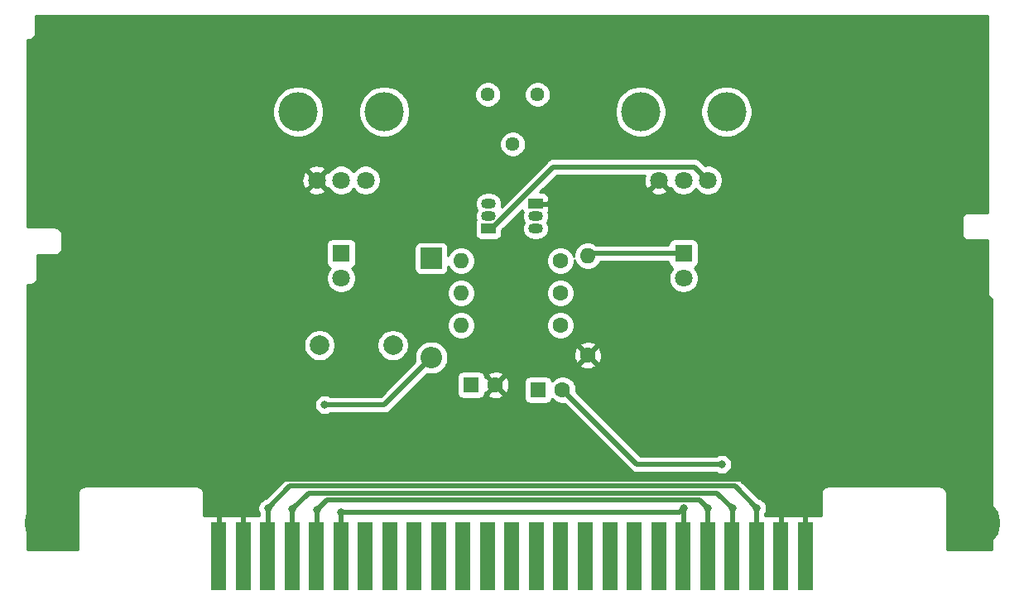
<source format=gbr>
G04 #@! TF.GenerationSoftware,KiCad,Pcbnew,(5.1.7)-1*
G04 #@! TF.CreationDate,2021-01-08T10:38:58-06:00*
G04 #@! TF.ProjectId,ConsolePedalFuzz,436f6e73-6f6c-4655-9065-64616c46757a,rev?*
G04 #@! TF.SameCoordinates,Original*
G04 #@! TF.FileFunction,Copper,L2,Bot*
G04 #@! TF.FilePolarity,Positive*
%FSLAX46Y46*%
G04 Gerber Fmt 4.6, Leading zero omitted, Abs format (unit mm)*
G04 Created by KiCad (PCBNEW (5.1.7)-1) date 2021-01-08 10:38:58*
%MOMM*%
%LPD*%
G01*
G04 APERTURE LIST*
G04 #@! TA.AperFunction,ComponentPad*
%ADD10R,1.800000X1.800000*%
G04 #@! TD*
G04 #@! TA.AperFunction,ComponentPad*
%ADD11C,1.800000*%
G04 #@! TD*
G04 #@! TA.AperFunction,ConnectorPad*
%ADD12R,1.500000X7.000000*%
G04 #@! TD*
G04 #@! TA.AperFunction,ComponentPad*
%ADD13C,5.000000*%
G04 #@! TD*
G04 #@! TA.AperFunction,ComponentPad*
%ADD14O,1.500000X1.050000*%
G04 #@! TD*
G04 #@! TA.AperFunction,ComponentPad*
%ADD15R,1.500000X1.050000*%
G04 #@! TD*
G04 #@! TA.AperFunction,WasherPad*
%ADD16C,4.000000*%
G04 #@! TD*
G04 #@! TA.AperFunction,ComponentPad*
%ADD17R,1.600000X1.600000*%
G04 #@! TD*
G04 #@! TA.AperFunction,ComponentPad*
%ADD18C,1.600000*%
G04 #@! TD*
G04 #@! TA.AperFunction,ComponentPad*
%ADD19C,2.000000*%
G04 #@! TD*
G04 #@! TA.AperFunction,ComponentPad*
%ADD20R,2.200000X2.200000*%
G04 #@! TD*
G04 #@! TA.AperFunction,ComponentPad*
%ADD21O,2.200000X2.200000*%
G04 #@! TD*
G04 #@! TA.AperFunction,ComponentPad*
%ADD22O,1.600000X1.600000*%
G04 #@! TD*
G04 #@! TA.AperFunction,ComponentPad*
%ADD23C,1.440000*%
G04 #@! TD*
G04 #@! TA.AperFunction,ViaPad*
%ADD24C,0.800000*%
G04 #@! TD*
G04 #@! TA.AperFunction,Conductor*
%ADD25C,0.500000*%
G04 #@! TD*
G04 #@! TA.AperFunction,Conductor*
%ADD26C,0.254000*%
G04 #@! TD*
G04 #@! TA.AperFunction,Conductor*
%ADD27C,0.100000*%
G04 #@! TD*
G04 APERTURE END LIST*
D10*
G04 #@! TO.P,D1,1*
G04 #@! TO.N,Net-(D1-Pad1)*
X115250000Y-95000000D03*
D11*
G04 #@! TO.P,D1,2*
G04 #@! TO.N,/LEDPower*
X115250000Y-97540000D03*
G04 #@! TD*
G04 #@! TO.P,D2,2*
G04 #@! TO.N,/LEDPower*
X150250000Y-97540000D03*
D10*
G04 #@! TO.P,D2,1*
G04 #@! TO.N,Net-(D1-Pad1)*
X150250000Y-95000000D03*
G04 #@! TD*
D12*
G04 #@! TO.P,J1,26*
G04 #@! TO.N,GND*
X102715000Y-126000000D03*
G04 #@! TO.P,J1,27*
X105215000Y-126000000D03*
G04 #@! TO.P,J1,28*
G04 #@! TO.N,/Input*
X107715000Y-126000000D03*
G04 #@! TO.P,J1,29*
G04 #@! TO.N,/Output*
X110215000Y-126000000D03*
G04 #@! TO.P,J1,30*
G04 #@! TO.N,+9V*
X112715000Y-126000000D03*
G04 #@! TO.P,J1,31*
G04 #@! TO.N,/LEDPower*
X115215000Y-126000000D03*
G04 #@! TO.P,J1,32*
G04 #@! TO.N,N/C*
X117715000Y-126000000D03*
G04 #@! TO.P,J1,33*
X120215000Y-126000000D03*
G04 #@! TO.P,J1,34*
X122715000Y-126000000D03*
G04 #@! TO.P,J1,35*
X125215000Y-126000000D03*
G04 #@! TO.P,J1,36*
X127715000Y-126000000D03*
G04 #@! TO.P,J1,37*
X130215000Y-126000000D03*
G04 #@! TO.P,J1,38*
X132715000Y-126000000D03*
G04 #@! TO.P,J1,39*
X135215000Y-126000000D03*
G04 #@! TO.P,J1,40*
X137715000Y-126000000D03*
G04 #@! TO.P,J1,41*
X140215000Y-126000000D03*
G04 #@! TO.P,J1,42*
X142715000Y-126000000D03*
G04 #@! TO.P,J1,43*
X145215000Y-126000000D03*
G04 #@! TO.P,J1,44*
X147715000Y-126000000D03*
G04 #@! TO.P,J1,45*
G04 #@! TO.N,/LEDPower*
X150215000Y-126000000D03*
G04 #@! TO.P,J1,46*
G04 #@! TO.N,+9V*
X152715000Y-126000000D03*
G04 #@! TO.P,J1,47*
G04 #@! TO.N,/Output*
X155215000Y-126000000D03*
G04 #@! TO.P,J1,48*
G04 #@! TO.N,/Input*
X157715000Y-126000000D03*
G04 #@! TO.P,J1,49*
G04 #@! TO.N,GND*
X160215000Y-126000000D03*
G04 #@! TO.P,J1,50*
X162715000Y-126000000D03*
G04 #@! TD*
D13*
G04 #@! TO.P,H1,1*
G04 #@! TO.N,GND*
X85350000Y-122600000D03*
G04 #@! TD*
G04 #@! TO.P,H2,1*
G04 #@! TO.N,GND*
X180150000Y-122600000D03*
G04 #@! TD*
D14*
G04 #@! TO.P,Q1,2*
G04 #@! TO.N,Net-(C1-Pad1)*
X135128000Y-91186000D03*
G04 #@! TO.P,Q1,3*
G04 #@! TO.N,Net-(Q1-Pad3)*
X135128000Y-92456000D03*
D15*
G04 #@! TO.P,Q1,1*
G04 #@! TO.N,GND*
X135128000Y-89916000D03*
G04 #@! TD*
G04 #@! TO.P,Q2,1*
G04 #@! TO.N,Net-(Q2-Pad1)*
X130302000Y-92456000D03*
D14*
G04 #@! TO.P,Q2,3*
G04 #@! TO.N,Net-(Q2-Pad3)*
X130302000Y-89916000D03*
G04 #@! TO.P,Q2,2*
G04 #@! TO.N,Net-(Q1-Pad3)*
X130302000Y-91186000D03*
G04 #@! TD*
D16*
G04 #@! TO.P,RV1,*
G04 #@! TO.N,*
X154650000Y-80500000D03*
X145850000Y-80500000D03*
D11*
G04 #@! TO.P,RV1,1*
G04 #@! TO.N,Net-(Q2-Pad1)*
X152750000Y-87500000D03*
G04 #@! TO.P,RV1,2*
G04 #@! TO.N,Net-(C3-Pad1)*
X150250000Y-87500000D03*
G04 #@! TO.P,RV1,3*
G04 #@! TO.N,GND*
X147750000Y-87500000D03*
G04 #@! TD*
G04 #@! TO.P,RV2,3*
G04 #@! TO.N,GND*
X112750000Y-87500000D03*
G04 #@! TO.P,RV2,2*
G04 #@! TO.N,/Output*
X115250000Y-87500000D03*
G04 #@! TO.P,RV2,1*
G04 #@! TO.N,Net-(C2-Pad1)*
X117750000Y-87500000D03*
D16*
G04 #@! TO.P,RV2,*
G04 #@! TO.N,*
X110850000Y-80500000D03*
X119650000Y-80500000D03*
G04 #@! TD*
D17*
G04 #@! TO.P,C1,1*
G04 #@! TO.N,Net-(C1-Pad1)*
X135382000Y-108966000D03*
D18*
G04 #@! TO.P,C1,2*
G04 #@! TO.N,/Input*
X137882000Y-108966000D03*
G04 #@! TD*
D19*
G04 #@! TO.P,C2,1*
G04 #@! TO.N,Net-(C2-Pad1)*
X113030000Y-104394000D03*
G04 #@! TO.P,C2,2*
G04 #@! TO.N,Net-(C2-Pad2)*
X120530000Y-104394000D03*
G04 #@! TD*
D17*
G04 #@! TO.P,C3,1*
G04 #@! TO.N,Net-(C3-Pad1)*
X128524000Y-108458000D03*
D18*
G04 #@! TO.P,C3,2*
G04 #@! TO.N,GND*
X131024000Y-108458000D03*
G04 #@! TD*
D20*
G04 #@! TO.P,D3,1*
G04 #@! TO.N,Net-(D3-Pad1)*
X124460000Y-95504000D03*
D21*
G04 #@! TO.P,D3,2*
G04 #@! TO.N,+9V*
X124460000Y-105664000D03*
G04 #@! TD*
D22*
G04 #@! TO.P,R1,2*
G04 #@! TO.N,Net-(D3-Pad1)*
X127508000Y-102362000D03*
D18*
G04 #@! TO.P,R1,1*
G04 #@! TO.N,Net-(Q1-Pad3)*
X137668000Y-102362000D03*
G04 #@! TD*
G04 #@! TO.P,R2,1*
G04 #@! TO.N,Net-(C2-Pad2)*
X137668000Y-99060000D03*
D22*
G04 #@! TO.P,R2,2*
G04 #@! TO.N,Net-(D3-Pad1)*
X127508000Y-99060000D03*
G04 #@! TD*
D18*
G04 #@! TO.P,R3,1*
G04 #@! TO.N,GND*
X140462000Y-105410000D03*
D22*
G04 #@! TO.P,R3,2*
G04 #@! TO.N,Net-(D1-Pad1)*
X140462000Y-95250000D03*
G04 #@! TD*
D18*
G04 #@! TO.P,R4,1*
G04 #@! TO.N,Net-(C1-Pad1)*
X137668000Y-95758000D03*
D22*
G04 #@! TO.P,R4,2*
G04 #@! TO.N,Net-(Q2-Pad1)*
X127508000Y-95758000D03*
G04 #@! TD*
D23*
G04 #@! TO.P,RV3,3*
G04 #@! TO.N,N/C*
X135330000Y-78740000D03*
G04 #@! TO.P,RV3,2*
G04 #@! TO.N,Net-(Q2-Pad3)*
X132790000Y-83820000D03*
G04 #@! TO.P,RV3,1*
G04 #@! TO.N,Net-(C2-Pad2)*
X130250000Y-78740000D03*
G04 #@! TD*
D24*
G04 #@! TO.N,GND*
X105250000Y-120979000D03*
X160250000Y-120988000D03*
X102750000Y-121038000D03*
X162750000Y-120967000D03*
G04 #@! TO.N,/LEDPower*
X115250000Y-121454000D03*
X150250000Y-121073000D03*
G04 #@! TO.N,/Input*
X107750000Y-121066000D03*
X157750000Y-121066000D03*
X154178000Y-116586000D03*
G04 #@! TO.N,/Output*
X110250000Y-121195000D03*
X155250000Y-121068000D03*
G04 #@! TO.N,+9V*
X112750000Y-121235000D03*
X152750000Y-121108000D03*
X113538000Y-110490000D03*
G04 #@! TD*
D25*
G04 #@! TO.N,GND*
X105250000Y-126000000D02*
X105250000Y-120979000D01*
X160250000Y-126000000D02*
X160250000Y-120988000D01*
X157384969Y-118122969D02*
X160250000Y-120988000D01*
X108106031Y-118122969D02*
X157384969Y-118122969D01*
X105250000Y-120979000D02*
X108106031Y-118122969D01*
X102750000Y-126000000D02*
X102750000Y-121038000D01*
X162750000Y-120967000D02*
X162750000Y-126000000D01*
X162729000Y-120988000D02*
X162750000Y-120967000D01*
X160250000Y-120988000D02*
X162729000Y-120988000D01*
X105191000Y-121038000D02*
X105250000Y-120979000D01*
X102750000Y-121038000D02*
X105191000Y-121038000D01*
G04 #@! TO.N,/LEDPower*
X115250000Y-126000000D02*
X115250000Y-121454000D01*
X150250000Y-121073000D02*
X150250000Y-126000000D01*
X149869000Y-121454000D02*
X150250000Y-121073000D01*
X115250000Y-121454000D02*
X149869000Y-121454000D01*
G04 #@! TO.N,/Input*
X107750000Y-121066000D02*
X107750000Y-126000000D01*
X157750000Y-121066000D02*
X157750000Y-126000000D01*
X155506979Y-118822979D02*
X157750000Y-121066000D01*
X109993021Y-118822979D02*
X155506979Y-118822979D01*
X107750000Y-121066000D02*
X109993021Y-118822979D01*
X137882000Y-108966000D02*
X145502000Y-116586000D01*
X145502000Y-116586000D02*
X154178000Y-116586000D01*
X154178000Y-116586000D02*
X154178000Y-116586000D01*
G04 #@! TO.N,/Output*
X110250000Y-121195000D02*
X110250000Y-126000000D01*
X155250000Y-121068000D02*
X155250000Y-126000000D01*
X153704989Y-119522989D02*
X155250000Y-121068000D01*
X111922011Y-119522989D02*
X153704989Y-119522989D01*
X110250000Y-121195000D02*
X111922011Y-119522989D01*
G04 #@! TO.N,+9V*
X112750000Y-121235000D02*
X112750000Y-126000000D01*
X152750000Y-121108000D02*
X152750000Y-126000000D01*
X151864999Y-120222999D02*
X152750000Y-121108000D01*
X113762001Y-120222999D02*
X151864999Y-120222999D01*
X112750000Y-121235000D02*
X113762001Y-120222999D01*
X119634000Y-110490000D02*
X124460000Y-105664000D01*
X113538000Y-110490000D02*
X119634000Y-110490000D01*
G04 #@! TO.N,Net-(D1-Pad1)*
X140712000Y-95000000D02*
X140462000Y-95250000D01*
X150250000Y-95000000D02*
X140712000Y-95000000D01*
G04 #@! TO.N,Net-(Q2-Pad1)*
X130635872Y-92456000D02*
X130302000Y-92456000D01*
X136941873Y-86149999D02*
X130635872Y-92456000D01*
X151399999Y-86149999D02*
X136941873Y-86149999D01*
X152750000Y-87500000D02*
X151399999Y-86149999D01*
G04 #@! TD*
D26*
G04 #@! TO.N,GND*
X181323001Y-90823000D02*
X179433252Y-90823000D01*
X179400000Y-90819725D01*
X179366748Y-90823000D01*
X179267285Y-90832796D01*
X179139670Y-90871508D01*
X179022059Y-90934372D01*
X178918973Y-91018973D01*
X178834372Y-91122059D01*
X178771508Y-91239670D01*
X178732796Y-91367285D01*
X178719725Y-91500000D01*
X178723001Y-91533262D01*
X178723000Y-92966747D01*
X178719725Y-93000000D01*
X178732796Y-93132715D01*
X178771508Y-93260330D01*
X178834372Y-93377941D01*
X178918973Y-93481027D01*
X179018948Y-93563075D01*
X179022059Y-93565628D01*
X179139670Y-93628492D01*
X179267285Y-93667204D01*
X179400000Y-93680275D01*
X179433252Y-93677000D01*
X181323000Y-93677000D01*
X181323001Y-98966738D01*
X181319725Y-99000000D01*
X181332796Y-99132715D01*
X181371508Y-99260330D01*
X181434372Y-99377941D01*
X181518973Y-99481027D01*
X181622059Y-99565628D01*
X181739670Y-99628492D01*
X181823001Y-99653770D01*
X181823000Y-125323000D01*
X177177000Y-125323000D01*
X177177000Y-119533252D01*
X177180275Y-119500000D01*
X177167204Y-119367285D01*
X177128492Y-119239670D01*
X177065628Y-119122059D01*
X176981027Y-119018973D01*
X176877941Y-118934372D01*
X176760330Y-118871508D01*
X176632715Y-118832796D01*
X176533252Y-118823000D01*
X176500000Y-118819725D01*
X176466748Y-118823000D01*
X165033252Y-118823000D01*
X165000000Y-118819725D01*
X164966748Y-118823000D01*
X164867285Y-118832796D01*
X164739670Y-118871508D01*
X164622059Y-118934372D01*
X164518973Y-119018973D01*
X164434372Y-119122059D01*
X164371508Y-119239670D01*
X164332796Y-119367285D01*
X164319725Y-119500000D01*
X164323001Y-119533262D01*
X164323001Y-121793000D01*
X158627000Y-121793000D01*
X158627000Y-121602027D01*
X158660115Y-121552467D01*
X158737533Y-121365565D01*
X158777000Y-121167151D01*
X158777000Y-120964849D01*
X158737533Y-120766435D01*
X158660115Y-120579533D01*
X158547723Y-120411326D01*
X158404674Y-120268277D01*
X158236467Y-120155885D01*
X158049565Y-120078467D01*
X157991103Y-120066838D01*
X156157576Y-118233311D01*
X156130112Y-118199846D01*
X155996571Y-118090252D01*
X155844216Y-118008817D01*
X155678901Y-117958669D01*
X155550058Y-117945979D01*
X155506979Y-117941736D01*
X155463900Y-117945979D01*
X110036100Y-117945979D01*
X109993021Y-117941736D01*
X109821098Y-117958669D01*
X109655784Y-118008817D01*
X109503429Y-118090252D01*
X109369888Y-118199846D01*
X109342424Y-118233311D01*
X107508897Y-120066838D01*
X107450435Y-120078467D01*
X107263533Y-120155885D01*
X107095326Y-120268277D01*
X106952277Y-120411326D01*
X106839885Y-120579533D01*
X106762467Y-120766435D01*
X106723000Y-120964849D01*
X106723000Y-121167151D01*
X106762467Y-121365565D01*
X106839885Y-121552467D01*
X106873000Y-121602027D01*
X106873000Y-121793000D01*
X101177000Y-121793000D01*
X101177000Y-119533252D01*
X101180275Y-119500000D01*
X101167204Y-119367285D01*
X101128492Y-119239670D01*
X101065628Y-119122059D01*
X100981027Y-119018973D01*
X100877941Y-118934372D01*
X100760330Y-118871508D01*
X100632715Y-118832796D01*
X100533252Y-118823000D01*
X100500000Y-118819725D01*
X100466748Y-118823000D01*
X89033252Y-118823000D01*
X89000000Y-118819725D01*
X88966748Y-118823000D01*
X88867285Y-118832796D01*
X88739670Y-118871508D01*
X88622059Y-118934372D01*
X88518973Y-119018973D01*
X88434372Y-119122059D01*
X88371508Y-119239670D01*
X88332796Y-119367285D01*
X88319725Y-119500000D01*
X88323000Y-119533252D01*
X88323001Y-125323000D01*
X83177000Y-125323000D01*
X83177000Y-110388849D01*
X112511000Y-110388849D01*
X112511000Y-110591151D01*
X112550467Y-110789565D01*
X112627885Y-110976467D01*
X112740277Y-111144674D01*
X112883326Y-111287723D01*
X113051533Y-111400115D01*
X113238435Y-111477533D01*
X113436849Y-111517000D01*
X113639151Y-111517000D01*
X113837565Y-111477533D01*
X114024467Y-111400115D01*
X114074027Y-111367000D01*
X119590921Y-111367000D01*
X119634000Y-111371243D01*
X119677079Y-111367000D01*
X119805922Y-111354310D01*
X119971237Y-111304162D01*
X120123592Y-111222727D01*
X120257133Y-111113133D01*
X120284597Y-111079668D01*
X123706265Y-107658000D01*
X127093967Y-107658000D01*
X127093967Y-109258000D01*
X127106073Y-109380913D01*
X127141925Y-109499103D01*
X127200147Y-109608028D01*
X127278499Y-109703501D01*
X127373972Y-109781853D01*
X127482897Y-109840075D01*
X127601087Y-109875927D01*
X127724000Y-109888033D01*
X129324000Y-109888033D01*
X129446913Y-109875927D01*
X129565103Y-109840075D01*
X129674028Y-109781853D01*
X129769501Y-109703501D01*
X129847853Y-109608028D01*
X129906075Y-109499103D01*
X129920757Y-109450702D01*
X130210903Y-109450702D01*
X130282486Y-109694671D01*
X130537996Y-109815571D01*
X130812184Y-109884300D01*
X131094512Y-109898217D01*
X131374130Y-109856787D01*
X131640292Y-109761603D01*
X131765514Y-109694671D01*
X131837097Y-109450702D01*
X131024000Y-108637605D01*
X130210903Y-109450702D01*
X129920757Y-109450702D01*
X129941927Y-109380913D01*
X129954033Y-109258000D01*
X129954033Y-109248427D01*
X130031298Y-109271097D01*
X130844395Y-108458000D01*
X131203605Y-108458000D01*
X132016702Y-109271097D01*
X132260671Y-109199514D01*
X132381571Y-108944004D01*
X132450300Y-108669816D01*
X132464217Y-108387488D01*
X132431400Y-108166000D01*
X133951967Y-108166000D01*
X133951967Y-109766000D01*
X133964073Y-109888913D01*
X133999925Y-110007103D01*
X134058147Y-110116028D01*
X134136499Y-110211501D01*
X134231972Y-110289853D01*
X134340897Y-110348075D01*
X134459087Y-110383927D01*
X134582000Y-110396033D01*
X136182000Y-110396033D01*
X136304913Y-110383927D01*
X136423103Y-110348075D01*
X136532028Y-110289853D01*
X136627501Y-110211501D01*
X136705853Y-110116028D01*
X136764075Y-110007103D01*
X136796879Y-109898963D01*
X136972340Y-110074424D01*
X137206062Y-110230591D01*
X137465759Y-110338162D01*
X137741453Y-110393000D01*
X138022547Y-110393000D01*
X138061072Y-110385337D01*
X144851403Y-117175668D01*
X144878867Y-117209133D01*
X145012408Y-117318727D01*
X145164763Y-117400162D01*
X145330078Y-117450310D01*
X145458921Y-117463000D01*
X145458930Y-117463000D01*
X145501999Y-117467242D01*
X145545069Y-117463000D01*
X153641973Y-117463000D01*
X153691533Y-117496115D01*
X153878435Y-117573533D01*
X154076849Y-117613000D01*
X154279151Y-117613000D01*
X154477565Y-117573533D01*
X154664467Y-117496115D01*
X154832674Y-117383723D01*
X154975723Y-117240674D01*
X155088115Y-117072467D01*
X155165533Y-116885565D01*
X155205000Y-116687151D01*
X155205000Y-116484849D01*
X155165533Y-116286435D01*
X155088115Y-116099533D01*
X154975723Y-115931326D01*
X154832674Y-115788277D01*
X154664467Y-115675885D01*
X154477565Y-115598467D01*
X154279151Y-115559000D01*
X154076849Y-115559000D01*
X153878435Y-115598467D01*
X153691533Y-115675885D01*
X153641973Y-115709000D01*
X145865265Y-115709000D01*
X139301337Y-109145072D01*
X139309000Y-109106547D01*
X139309000Y-108825453D01*
X139254162Y-108549759D01*
X139146591Y-108290062D01*
X138990424Y-108056340D01*
X138791660Y-107857576D01*
X138557938Y-107701409D01*
X138298241Y-107593838D01*
X138022547Y-107539000D01*
X137741453Y-107539000D01*
X137465759Y-107593838D01*
X137206062Y-107701409D01*
X136972340Y-107857576D01*
X136796879Y-108033037D01*
X136764075Y-107924897D01*
X136705853Y-107815972D01*
X136627501Y-107720499D01*
X136532028Y-107642147D01*
X136423103Y-107583925D01*
X136304913Y-107548073D01*
X136182000Y-107535967D01*
X134582000Y-107535967D01*
X134459087Y-107548073D01*
X134340897Y-107583925D01*
X134231972Y-107642147D01*
X134136499Y-107720499D01*
X134058147Y-107815972D01*
X133999925Y-107924897D01*
X133964073Y-108043087D01*
X133951967Y-108166000D01*
X132431400Y-108166000D01*
X132422787Y-108107870D01*
X132327603Y-107841708D01*
X132260671Y-107716486D01*
X132016702Y-107644903D01*
X131203605Y-108458000D01*
X130844395Y-108458000D01*
X130031298Y-107644903D01*
X129954033Y-107667573D01*
X129954033Y-107658000D01*
X129941927Y-107535087D01*
X129920758Y-107465298D01*
X130210903Y-107465298D01*
X131024000Y-108278395D01*
X131837097Y-107465298D01*
X131765514Y-107221329D01*
X131510004Y-107100429D01*
X131235816Y-107031700D01*
X130953488Y-107017783D01*
X130673870Y-107059213D01*
X130407708Y-107154397D01*
X130282486Y-107221329D01*
X130210903Y-107465298D01*
X129920758Y-107465298D01*
X129906075Y-107416897D01*
X129847853Y-107307972D01*
X129769501Y-107212499D01*
X129674028Y-107134147D01*
X129565103Y-107075925D01*
X129446913Y-107040073D01*
X129324000Y-107027967D01*
X127724000Y-107027967D01*
X127601087Y-107040073D01*
X127482897Y-107075925D01*
X127373972Y-107134147D01*
X127278499Y-107212499D01*
X127200147Y-107307972D01*
X127141925Y-107416897D01*
X127106073Y-107535087D01*
X127093967Y-107658000D01*
X123706265Y-107658000D01*
X124025799Y-107338466D01*
X124289905Y-107391000D01*
X124630095Y-107391000D01*
X124963747Y-107324632D01*
X125278041Y-107194447D01*
X125560898Y-107005448D01*
X125801448Y-106764898D01*
X125990447Y-106482041D01*
X126023310Y-106402702D01*
X139648903Y-106402702D01*
X139720486Y-106646671D01*
X139975996Y-106767571D01*
X140250184Y-106836300D01*
X140532512Y-106850217D01*
X140812130Y-106808787D01*
X141078292Y-106713603D01*
X141203514Y-106646671D01*
X141275097Y-106402702D01*
X140462000Y-105589605D01*
X139648903Y-106402702D01*
X126023310Y-106402702D01*
X126120632Y-106167747D01*
X126187000Y-105834095D01*
X126187000Y-105493905D01*
X126184336Y-105480512D01*
X139021783Y-105480512D01*
X139063213Y-105760130D01*
X139158397Y-106026292D01*
X139225329Y-106151514D01*
X139469298Y-106223097D01*
X140282395Y-105410000D01*
X140641605Y-105410000D01*
X141454702Y-106223097D01*
X141698671Y-106151514D01*
X141819571Y-105896004D01*
X141888300Y-105621816D01*
X141902217Y-105339488D01*
X141860787Y-105059870D01*
X141765603Y-104793708D01*
X141698671Y-104668486D01*
X141454702Y-104596903D01*
X140641605Y-105410000D01*
X140282395Y-105410000D01*
X139469298Y-104596903D01*
X139225329Y-104668486D01*
X139104429Y-104923996D01*
X139035700Y-105198184D01*
X139021783Y-105480512D01*
X126184336Y-105480512D01*
X126120632Y-105160253D01*
X125990447Y-104845959D01*
X125801448Y-104563102D01*
X125655644Y-104417298D01*
X139648903Y-104417298D01*
X140462000Y-105230395D01*
X141275097Y-104417298D01*
X141203514Y-104173329D01*
X140948004Y-104052429D01*
X140673816Y-103983700D01*
X140391488Y-103969783D01*
X140111870Y-104011213D01*
X139845708Y-104106397D01*
X139720486Y-104173329D01*
X139648903Y-104417298D01*
X125655644Y-104417298D01*
X125560898Y-104322552D01*
X125278041Y-104133553D01*
X124963747Y-104003368D01*
X124630095Y-103937000D01*
X124289905Y-103937000D01*
X123956253Y-104003368D01*
X123641959Y-104133553D01*
X123359102Y-104322552D01*
X123118552Y-104563102D01*
X122929553Y-104845959D01*
X122799368Y-105160253D01*
X122733000Y-105493905D01*
X122733000Y-105834095D01*
X122785534Y-106098201D01*
X119270735Y-109613000D01*
X114074027Y-109613000D01*
X114024467Y-109579885D01*
X113837565Y-109502467D01*
X113639151Y-109463000D01*
X113436849Y-109463000D01*
X113238435Y-109502467D01*
X113051533Y-109579885D01*
X112883326Y-109692277D01*
X112740277Y-109835326D01*
X112627885Y-110003533D01*
X112550467Y-110190435D01*
X112511000Y-110388849D01*
X83177000Y-110388849D01*
X83177000Y-104233755D01*
X111403000Y-104233755D01*
X111403000Y-104554245D01*
X111465525Y-104868578D01*
X111588172Y-105164673D01*
X111766227Y-105431152D01*
X111992848Y-105657773D01*
X112259327Y-105835828D01*
X112555422Y-105958475D01*
X112869755Y-106021000D01*
X113190245Y-106021000D01*
X113504578Y-105958475D01*
X113800673Y-105835828D01*
X114067152Y-105657773D01*
X114293773Y-105431152D01*
X114471828Y-105164673D01*
X114594475Y-104868578D01*
X114657000Y-104554245D01*
X114657000Y-104233755D01*
X118903000Y-104233755D01*
X118903000Y-104554245D01*
X118965525Y-104868578D01*
X119088172Y-105164673D01*
X119266227Y-105431152D01*
X119492848Y-105657773D01*
X119759327Y-105835828D01*
X120055422Y-105958475D01*
X120369755Y-106021000D01*
X120690245Y-106021000D01*
X121004578Y-105958475D01*
X121300673Y-105835828D01*
X121567152Y-105657773D01*
X121793773Y-105431152D01*
X121971828Y-105164673D01*
X122094475Y-104868578D01*
X122157000Y-104554245D01*
X122157000Y-104233755D01*
X122094475Y-103919422D01*
X121971828Y-103623327D01*
X121793773Y-103356848D01*
X121567152Y-103130227D01*
X121300673Y-102952172D01*
X121004578Y-102829525D01*
X120690245Y-102767000D01*
X120369755Y-102767000D01*
X120055422Y-102829525D01*
X119759327Y-102952172D01*
X119492848Y-103130227D01*
X119266227Y-103356848D01*
X119088172Y-103623327D01*
X118965525Y-103919422D01*
X118903000Y-104233755D01*
X114657000Y-104233755D01*
X114594475Y-103919422D01*
X114471828Y-103623327D01*
X114293773Y-103356848D01*
X114067152Y-103130227D01*
X113800673Y-102952172D01*
X113504578Y-102829525D01*
X113190245Y-102767000D01*
X112869755Y-102767000D01*
X112555422Y-102829525D01*
X112259327Y-102952172D01*
X111992848Y-103130227D01*
X111766227Y-103356848D01*
X111588172Y-103623327D01*
X111465525Y-103919422D01*
X111403000Y-104233755D01*
X83177000Y-104233755D01*
X83177000Y-102221453D01*
X126081000Y-102221453D01*
X126081000Y-102502547D01*
X126135838Y-102778241D01*
X126243409Y-103037938D01*
X126399576Y-103271660D01*
X126598340Y-103470424D01*
X126832062Y-103626591D01*
X127091759Y-103734162D01*
X127367453Y-103789000D01*
X127648547Y-103789000D01*
X127924241Y-103734162D01*
X128183938Y-103626591D01*
X128417660Y-103470424D01*
X128616424Y-103271660D01*
X128772591Y-103037938D01*
X128880162Y-102778241D01*
X128935000Y-102502547D01*
X128935000Y-102221453D01*
X136241000Y-102221453D01*
X136241000Y-102502547D01*
X136295838Y-102778241D01*
X136403409Y-103037938D01*
X136559576Y-103271660D01*
X136758340Y-103470424D01*
X136992062Y-103626591D01*
X137251759Y-103734162D01*
X137527453Y-103789000D01*
X137808547Y-103789000D01*
X138084241Y-103734162D01*
X138343938Y-103626591D01*
X138577660Y-103470424D01*
X138776424Y-103271660D01*
X138932591Y-103037938D01*
X139040162Y-102778241D01*
X139095000Y-102502547D01*
X139095000Y-102221453D01*
X139040162Y-101945759D01*
X138932591Y-101686062D01*
X138776424Y-101452340D01*
X138577660Y-101253576D01*
X138343938Y-101097409D01*
X138084241Y-100989838D01*
X137808547Y-100935000D01*
X137527453Y-100935000D01*
X137251759Y-100989838D01*
X136992062Y-101097409D01*
X136758340Y-101253576D01*
X136559576Y-101452340D01*
X136403409Y-101686062D01*
X136295838Y-101945759D01*
X136241000Y-102221453D01*
X128935000Y-102221453D01*
X128880162Y-101945759D01*
X128772591Y-101686062D01*
X128616424Y-101452340D01*
X128417660Y-101253576D01*
X128183938Y-101097409D01*
X127924241Y-100989838D01*
X127648547Y-100935000D01*
X127367453Y-100935000D01*
X127091759Y-100989838D01*
X126832062Y-101097409D01*
X126598340Y-101253576D01*
X126399576Y-101452340D01*
X126243409Y-101686062D01*
X126135838Y-101945759D01*
X126081000Y-102221453D01*
X83177000Y-102221453D01*
X83177000Y-98177000D01*
X83466748Y-98177000D01*
X83500000Y-98180275D01*
X83533252Y-98177000D01*
X83632715Y-98167204D01*
X83760330Y-98128492D01*
X83877941Y-98065628D01*
X83981027Y-97981027D01*
X84065628Y-97877941D01*
X84128492Y-97760330D01*
X84167204Y-97632715D01*
X84180275Y-97500000D01*
X84177000Y-97466748D01*
X84177000Y-95177000D01*
X85966748Y-95177000D01*
X86000000Y-95180275D01*
X86033252Y-95177000D01*
X86132715Y-95167204D01*
X86260330Y-95128492D01*
X86377941Y-95065628D01*
X86481027Y-94981027D01*
X86565628Y-94877941D01*
X86628492Y-94760330D01*
X86667204Y-94632715D01*
X86680275Y-94500000D01*
X86677000Y-94466748D01*
X86677000Y-94100000D01*
X113719967Y-94100000D01*
X113719967Y-95900000D01*
X113732073Y-96022913D01*
X113767925Y-96141103D01*
X113826147Y-96250028D01*
X113904499Y-96345501D01*
X113999972Y-96423853D01*
X114108897Y-96482075D01*
X114139221Y-96491274D01*
X114063901Y-96566594D01*
X113896790Y-96816694D01*
X113781681Y-97094590D01*
X113723000Y-97389604D01*
X113723000Y-97690396D01*
X113781681Y-97985410D01*
X113896790Y-98263306D01*
X114063901Y-98513406D01*
X114276594Y-98726099D01*
X114526694Y-98893210D01*
X114804590Y-99008319D01*
X115099604Y-99067000D01*
X115400396Y-99067000D01*
X115695410Y-99008319D01*
X115909950Y-98919453D01*
X126081000Y-98919453D01*
X126081000Y-99200547D01*
X126135838Y-99476241D01*
X126243409Y-99735938D01*
X126399576Y-99969660D01*
X126598340Y-100168424D01*
X126832062Y-100324591D01*
X127091759Y-100432162D01*
X127367453Y-100487000D01*
X127648547Y-100487000D01*
X127924241Y-100432162D01*
X128183938Y-100324591D01*
X128417660Y-100168424D01*
X128616424Y-99969660D01*
X128772591Y-99735938D01*
X128880162Y-99476241D01*
X128935000Y-99200547D01*
X128935000Y-98919453D01*
X136241000Y-98919453D01*
X136241000Y-99200547D01*
X136295838Y-99476241D01*
X136403409Y-99735938D01*
X136559576Y-99969660D01*
X136758340Y-100168424D01*
X136992062Y-100324591D01*
X137251759Y-100432162D01*
X137527453Y-100487000D01*
X137808547Y-100487000D01*
X138084241Y-100432162D01*
X138343938Y-100324591D01*
X138577660Y-100168424D01*
X138776424Y-99969660D01*
X138932591Y-99735938D01*
X139040162Y-99476241D01*
X139095000Y-99200547D01*
X139095000Y-98919453D01*
X139040162Y-98643759D01*
X138932591Y-98384062D01*
X138776424Y-98150340D01*
X138577660Y-97951576D01*
X138343938Y-97795409D01*
X138084241Y-97687838D01*
X137808547Y-97633000D01*
X137527453Y-97633000D01*
X137251759Y-97687838D01*
X136992062Y-97795409D01*
X136758340Y-97951576D01*
X136559576Y-98150340D01*
X136403409Y-98384062D01*
X136295838Y-98643759D01*
X136241000Y-98919453D01*
X128935000Y-98919453D01*
X128880162Y-98643759D01*
X128772591Y-98384062D01*
X128616424Y-98150340D01*
X128417660Y-97951576D01*
X128183938Y-97795409D01*
X127924241Y-97687838D01*
X127648547Y-97633000D01*
X127367453Y-97633000D01*
X127091759Y-97687838D01*
X126832062Y-97795409D01*
X126598340Y-97951576D01*
X126399576Y-98150340D01*
X126243409Y-98384062D01*
X126135838Y-98643759D01*
X126081000Y-98919453D01*
X115909950Y-98919453D01*
X115973306Y-98893210D01*
X116223406Y-98726099D01*
X116436099Y-98513406D01*
X116603210Y-98263306D01*
X116718319Y-97985410D01*
X116777000Y-97690396D01*
X116777000Y-97389604D01*
X116718319Y-97094590D01*
X116603210Y-96816694D01*
X116436099Y-96566594D01*
X116360779Y-96491274D01*
X116391103Y-96482075D01*
X116500028Y-96423853D01*
X116595501Y-96345501D01*
X116673853Y-96250028D01*
X116732075Y-96141103D01*
X116767927Y-96022913D01*
X116780033Y-95900000D01*
X116780033Y-94404000D01*
X122729967Y-94404000D01*
X122729967Y-96604000D01*
X122742073Y-96726913D01*
X122777925Y-96845103D01*
X122836147Y-96954028D01*
X122914499Y-97049501D01*
X123009972Y-97127853D01*
X123118897Y-97186075D01*
X123237087Y-97221927D01*
X123360000Y-97234033D01*
X125560000Y-97234033D01*
X125682913Y-97221927D01*
X125801103Y-97186075D01*
X125910028Y-97127853D01*
X126005501Y-97049501D01*
X126083853Y-96954028D01*
X126142075Y-96845103D01*
X126177927Y-96726913D01*
X126190033Y-96604000D01*
X126190033Y-96305078D01*
X126243409Y-96433938D01*
X126399576Y-96667660D01*
X126598340Y-96866424D01*
X126832062Y-97022591D01*
X127091759Y-97130162D01*
X127367453Y-97185000D01*
X127648547Y-97185000D01*
X127924241Y-97130162D01*
X128183938Y-97022591D01*
X128417660Y-96866424D01*
X128616424Y-96667660D01*
X128772591Y-96433938D01*
X128880162Y-96174241D01*
X128935000Y-95898547D01*
X128935000Y-95617453D01*
X136241000Y-95617453D01*
X136241000Y-95898547D01*
X136295838Y-96174241D01*
X136403409Y-96433938D01*
X136559576Y-96667660D01*
X136758340Y-96866424D01*
X136992062Y-97022591D01*
X137251759Y-97130162D01*
X137527453Y-97185000D01*
X137808547Y-97185000D01*
X138084241Y-97130162D01*
X138343938Y-97022591D01*
X138577660Y-96866424D01*
X138776424Y-96667660D01*
X138932591Y-96433938D01*
X139040162Y-96174241D01*
X139095000Y-95898547D01*
X139095000Y-95678703D01*
X139197409Y-95925938D01*
X139353576Y-96159660D01*
X139552340Y-96358424D01*
X139786062Y-96514591D01*
X140045759Y-96622162D01*
X140321453Y-96677000D01*
X140602547Y-96677000D01*
X140878241Y-96622162D01*
X141137938Y-96514591D01*
X141371660Y-96358424D01*
X141570424Y-96159660D01*
X141726591Y-95925938D01*
X141746862Y-95877000D01*
X148719967Y-95877000D01*
X148719967Y-95900000D01*
X148732073Y-96022913D01*
X148767925Y-96141103D01*
X148826147Y-96250028D01*
X148904499Y-96345501D01*
X148999972Y-96423853D01*
X149108897Y-96482075D01*
X149139221Y-96491274D01*
X149063901Y-96566594D01*
X148896790Y-96816694D01*
X148781681Y-97094590D01*
X148723000Y-97389604D01*
X148723000Y-97690396D01*
X148781681Y-97985410D01*
X148896790Y-98263306D01*
X149063901Y-98513406D01*
X149276594Y-98726099D01*
X149526694Y-98893210D01*
X149804590Y-99008319D01*
X150099604Y-99067000D01*
X150400396Y-99067000D01*
X150695410Y-99008319D01*
X150973306Y-98893210D01*
X151223406Y-98726099D01*
X151436099Y-98513406D01*
X151603210Y-98263306D01*
X151718319Y-97985410D01*
X151777000Y-97690396D01*
X151777000Y-97389604D01*
X151718319Y-97094590D01*
X151603210Y-96816694D01*
X151436099Y-96566594D01*
X151360779Y-96491274D01*
X151391103Y-96482075D01*
X151500028Y-96423853D01*
X151595501Y-96345501D01*
X151673853Y-96250028D01*
X151732075Y-96141103D01*
X151767927Y-96022913D01*
X151780033Y-95900000D01*
X151780033Y-94100000D01*
X151767927Y-93977087D01*
X151732075Y-93858897D01*
X151673853Y-93749972D01*
X151595501Y-93654499D01*
X151500028Y-93576147D01*
X151391103Y-93517925D01*
X151272913Y-93482073D01*
X151150000Y-93469967D01*
X149350000Y-93469967D01*
X149227087Y-93482073D01*
X149108897Y-93517925D01*
X148999972Y-93576147D01*
X148904499Y-93654499D01*
X148826147Y-93749972D01*
X148767925Y-93858897D01*
X148732073Y-93977087D01*
X148719967Y-94100000D01*
X148719967Y-94123000D01*
X141343859Y-94123000D01*
X141137938Y-93985409D01*
X140878241Y-93877838D01*
X140602547Y-93823000D01*
X140321453Y-93823000D01*
X140045759Y-93877838D01*
X139786062Y-93985409D01*
X139552340Y-94141576D01*
X139353576Y-94340340D01*
X139197409Y-94574062D01*
X139089838Y-94833759D01*
X139035000Y-95109453D01*
X139035000Y-95329297D01*
X138932591Y-95082062D01*
X138776424Y-94848340D01*
X138577660Y-94649576D01*
X138343938Y-94493409D01*
X138084241Y-94385838D01*
X137808547Y-94331000D01*
X137527453Y-94331000D01*
X137251759Y-94385838D01*
X136992062Y-94493409D01*
X136758340Y-94649576D01*
X136559576Y-94848340D01*
X136403409Y-95082062D01*
X136295838Y-95341759D01*
X136241000Y-95617453D01*
X128935000Y-95617453D01*
X128880162Y-95341759D01*
X128772591Y-95082062D01*
X128616424Y-94848340D01*
X128417660Y-94649576D01*
X128183938Y-94493409D01*
X127924241Y-94385838D01*
X127648547Y-94331000D01*
X127367453Y-94331000D01*
X127091759Y-94385838D01*
X126832062Y-94493409D01*
X126598340Y-94649576D01*
X126399576Y-94848340D01*
X126243409Y-95082062D01*
X126190033Y-95210922D01*
X126190033Y-94404000D01*
X126177927Y-94281087D01*
X126142075Y-94162897D01*
X126083853Y-94053972D01*
X126005501Y-93958499D01*
X125910028Y-93880147D01*
X125801103Y-93821925D01*
X125682913Y-93786073D01*
X125560000Y-93773967D01*
X123360000Y-93773967D01*
X123237087Y-93786073D01*
X123118897Y-93821925D01*
X123009972Y-93880147D01*
X122914499Y-93958499D01*
X122836147Y-94053972D01*
X122777925Y-94162897D01*
X122742073Y-94281087D01*
X122729967Y-94404000D01*
X116780033Y-94404000D01*
X116780033Y-94100000D01*
X116767927Y-93977087D01*
X116732075Y-93858897D01*
X116673853Y-93749972D01*
X116595501Y-93654499D01*
X116500028Y-93576147D01*
X116391103Y-93517925D01*
X116272913Y-93482073D01*
X116150000Y-93469967D01*
X114350000Y-93469967D01*
X114227087Y-93482073D01*
X114108897Y-93517925D01*
X113999972Y-93576147D01*
X113904499Y-93654499D01*
X113826147Y-93749972D01*
X113767925Y-93858897D01*
X113732073Y-93977087D01*
X113719967Y-94100000D01*
X86677000Y-94100000D01*
X86677000Y-93033251D01*
X86680275Y-93000000D01*
X86667204Y-92867285D01*
X86628492Y-92739670D01*
X86565628Y-92622059D01*
X86481027Y-92518973D01*
X86377941Y-92434372D01*
X86260330Y-92371508D01*
X86132715Y-92332796D01*
X86033252Y-92323000D01*
X86000000Y-92319725D01*
X85966748Y-92323000D01*
X83177000Y-92323000D01*
X83177000Y-89916000D01*
X128919426Y-89916000D01*
X128941668Y-90141831D01*
X129007541Y-90358984D01*
X129110175Y-90551000D01*
X129007541Y-90743016D01*
X128941668Y-90960169D01*
X128919426Y-91186000D01*
X128941668Y-91411831D01*
X129005710Y-91622948D01*
X128969925Y-91689897D01*
X128934073Y-91808087D01*
X128921967Y-91931000D01*
X128921967Y-92981000D01*
X128934073Y-93103913D01*
X128969925Y-93222103D01*
X129028147Y-93331028D01*
X129106499Y-93426501D01*
X129201972Y-93504853D01*
X129310897Y-93563075D01*
X129429087Y-93598927D01*
X129552000Y-93611033D01*
X131052000Y-93611033D01*
X131174913Y-93598927D01*
X131293103Y-93563075D01*
X131402028Y-93504853D01*
X131497501Y-93426501D01*
X131575853Y-93331028D01*
X131634075Y-93222103D01*
X131669927Y-93103913D01*
X131682033Y-92981000D01*
X131682033Y-92650104D01*
X133755555Y-90576582D01*
X133788498Y-90685180D01*
X133828426Y-90759878D01*
X133767668Y-90960169D01*
X133745426Y-91186000D01*
X133767668Y-91411831D01*
X133833541Y-91628984D01*
X133936175Y-91821000D01*
X133833541Y-92013016D01*
X133767668Y-92230169D01*
X133745426Y-92456000D01*
X133767668Y-92681831D01*
X133833541Y-92898984D01*
X133940512Y-93099114D01*
X134084472Y-93274528D01*
X134259886Y-93418488D01*
X134460016Y-93525459D01*
X134677169Y-93591332D01*
X134846405Y-93608000D01*
X135409595Y-93608000D01*
X135578831Y-93591332D01*
X135795984Y-93525459D01*
X135996114Y-93418488D01*
X136171528Y-93274528D01*
X136315488Y-93099114D01*
X136422459Y-92898984D01*
X136488332Y-92681831D01*
X136510574Y-92456000D01*
X136488332Y-92230169D01*
X136422459Y-92013016D01*
X136319825Y-91821000D01*
X136422459Y-91628984D01*
X136488332Y-91411831D01*
X136510574Y-91186000D01*
X136488332Y-90960169D01*
X136427574Y-90759878D01*
X136467502Y-90685180D01*
X136503812Y-90565482D01*
X136516072Y-90441000D01*
X136513000Y-90201750D01*
X136354250Y-90043000D01*
X135500975Y-90043000D01*
X135409595Y-90034000D01*
X134981000Y-90034000D01*
X134981000Y-89789000D01*
X135001000Y-89789000D01*
X135001000Y-89769000D01*
X135255000Y-89769000D01*
X135255000Y-89789000D01*
X136354250Y-89789000D01*
X136513000Y-89630250D01*
X136516072Y-89391000D01*
X136503812Y-89266518D01*
X136467502Y-89146820D01*
X136408537Y-89036506D01*
X136329185Y-88939815D01*
X136232494Y-88860463D01*
X136122180Y-88801498D01*
X136002482Y-88765188D01*
X135878000Y-88752928D01*
X135577219Y-88754918D01*
X135768057Y-88564080D01*
X146865525Y-88564080D01*
X146949208Y-88818261D01*
X147221775Y-88949158D01*
X147514642Y-89024365D01*
X147816553Y-89040991D01*
X148115907Y-88998397D01*
X148401199Y-88898222D01*
X148550792Y-88818261D01*
X148634475Y-88564080D01*
X147750000Y-87679605D01*
X146865525Y-88564080D01*
X135768057Y-88564080D01*
X137305139Y-87026999D01*
X146286661Y-87026999D01*
X146225635Y-87264642D01*
X146209009Y-87566553D01*
X146251603Y-87865907D01*
X146351778Y-88151199D01*
X146431739Y-88300792D01*
X146685920Y-88384475D01*
X147570395Y-87500000D01*
X147556253Y-87485858D01*
X147735858Y-87306253D01*
X147750000Y-87320395D01*
X147764143Y-87306253D01*
X147943748Y-87485858D01*
X147929605Y-87500000D01*
X148814080Y-88384475D01*
X148970147Y-88333094D01*
X149063901Y-88473406D01*
X149276594Y-88686099D01*
X149526694Y-88853210D01*
X149804590Y-88968319D01*
X150099604Y-89027000D01*
X150400396Y-89027000D01*
X150695410Y-88968319D01*
X150973306Y-88853210D01*
X151223406Y-88686099D01*
X151436099Y-88473406D01*
X151500000Y-88377771D01*
X151563901Y-88473406D01*
X151776594Y-88686099D01*
X152026694Y-88853210D01*
X152304590Y-88968319D01*
X152599604Y-89027000D01*
X152900396Y-89027000D01*
X153195410Y-88968319D01*
X153473306Y-88853210D01*
X153723406Y-88686099D01*
X153936099Y-88473406D01*
X154103210Y-88223306D01*
X154218319Y-87945410D01*
X154277000Y-87650396D01*
X154277000Y-87349604D01*
X154218319Y-87054590D01*
X154103210Y-86776694D01*
X153936099Y-86526594D01*
X153723406Y-86313901D01*
X153473306Y-86146790D01*
X153195410Y-86031681D01*
X152900396Y-85973000D01*
X152599604Y-85973000D01*
X152485885Y-85995620D01*
X152050596Y-85560331D01*
X152023132Y-85526866D01*
X151889591Y-85417272D01*
X151737236Y-85335837D01*
X151571921Y-85285689D01*
X151443078Y-85272999D01*
X151399999Y-85268756D01*
X151356920Y-85272999D01*
X136984949Y-85272999D01*
X136941872Y-85268756D01*
X136898795Y-85272999D01*
X136898794Y-85272999D01*
X136769951Y-85285689D01*
X136604636Y-85335837D01*
X136452281Y-85417272D01*
X136318740Y-85526866D01*
X136291281Y-85560325D01*
X131641673Y-90209934D01*
X131662332Y-90141831D01*
X131684574Y-89916000D01*
X131662332Y-89690169D01*
X131596459Y-89473016D01*
X131489488Y-89272886D01*
X131345528Y-89097472D01*
X131170114Y-88953512D01*
X130969984Y-88846541D01*
X130752831Y-88780668D01*
X130583595Y-88764000D01*
X130020405Y-88764000D01*
X129851169Y-88780668D01*
X129634016Y-88846541D01*
X129433886Y-88953512D01*
X129258472Y-89097472D01*
X129114512Y-89272886D01*
X129007541Y-89473016D01*
X128941668Y-89690169D01*
X128919426Y-89916000D01*
X83177000Y-89916000D01*
X83177000Y-88564080D01*
X111865525Y-88564080D01*
X111949208Y-88818261D01*
X112221775Y-88949158D01*
X112514642Y-89024365D01*
X112816553Y-89040991D01*
X113115907Y-88998397D01*
X113401199Y-88898222D01*
X113550792Y-88818261D01*
X113634475Y-88564080D01*
X112750000Y-87679605D01*
X111865525Y-88564080D01*
X83177000Y-88564080D01*
X83177000Y-87566553D01*
X111209009Y-87566553D01*
X111251603Y-87865907D01*
X111351778Y-88151199D01*
X111431739Y-88300792D01*
X111685920Y-88384475D01*
X112570395Y-87500000D01*
X112929605Y-87500000D01*
X113814080Y-88384475D01*
X113970147Y-88333094D01*
X114063901Y-88473406D01*
X114276594Y-88686099D01*
X114526694Y-88853210D01*
X114804590Y-88968319D01*
X115099604Y-89027000D01*
X115400396Y-89027000D01*
X115695410Y-88968319D01*
X115973306Y-88853210D01*
X116223406Y-88686099D01*
X116436099Y-88473406D01*
X116500000Y-88377771D01*
X116563901Y-88473406D01*
X116776594Y-88686099D01*
X117026694Y-88853210D01*
X117304590Y-88968319D01*
X117599604Y-89027000D01*
X117900396Y-89027000D01*
X118195410Y-88968319D01*
X118473306Y-88853210D01*
X118723406Y-88686099D01*
X118936099Y-88473406D01*
X119103210Y-88223306D01*
X119218319Y-87945410D01*
X119277000Y-87650396D01*
X119277000Y-87349604D01*
X119218319Y-87054590D01*
X119103210Y-86776694D01*
X118936099Y-86526594D01*
X118723406Y-86313901D01*
X118473306Y-86146790D01*
X118195410Y-86031681D01*
X117900396Y-85973000D01*
X117599604Y-85973000D01*
X117304590Y-86031681D01*
X117026694Y-86146790D01*
X116776594Y-86313901D01*
X116563901Y-86526594D01*
X116500000Y-86622229D01*
X116436099Y-86526594D01*
X116223406Y-86313901D01*
X115973306Y-86146790D01*
X115695410Y-86031681D01*
X115400396Y-85973000D01*
X115099604Y-85973000D01*
X114804590Y-86031681D01*
X114526694Y-86146790D01*
X114276594Y-86313901D01*
X114063901Y-86526594D01*
X113970147Y-86666906D01*
X113814080Y-86615525D01*
X112929605Y-87500000D01*
X112570395Y-87500000D01*
X111685920Y-86615525D01*
X111431739Y-86699208D01*
X111300842Y-86971775D01*
X111225635Y-87264642D01*
X111209009Y-87566553D01*
X83177000Y-87566553D01*
X83177000Y-86435920D01*
X111865525Y-86435920D01*
X112750000Y-87320395D01*
X113634475Y-86435920D01*
X113550792Y-86181739D01*
X113278225Y-86050842D01*
X112985358Y-85975635D01*
X112683447Y-85959009D01*
X112384093Y-86001603D01*
X112098801Y-86101778D01*
X111949208Y-86181739D01*
X111865525Y-86435920D01*
X83177000Y-86435920D01*
X83177000Y-83687332D01*
X131443000Y-83687332D01*
X131443000Y-83952668D01*
X131494764Y-84212906D01*
X131596304Y-84458044D01*
X131743716Y-84678663D01*
X131931337Y-84866284D01*
X132151956Y-85013696D01*
X132397094Y-85115236D01*
X132657332Y-85167000D01*
X132922668Y-85167000D01*
X133182906Y-85115236D01*
X133428044Y-85013696D01*
X133648663Y-84866284D01*
X133836284Y-84678663D01*
X133983696Y-84458044D01*
X134085236Y-84212906D01*
X134137000Y-83952668D01*
X134137000Y-83687332D01*
X134085236Y-83427094D01*
X133983696Y-83181956D01*
X133836284Y-82961337D01*
X133648663Y-82773716D01*
X133428044Y-82626304D01*
X133182906Y-82524764D01*
X132922668Y-82473000D01*
X132657332Y-82473000D01*
X132397094Y-82524764D01*
X132151956Y-82626304D01*
X131931337Y-82773716D01*
X131743716Y-82961337D01*
X131596304Y-83181956D01*
X131494764Y-83427094D01*
X131443000Y-83687332D01*
X83177000Y-83687332D01*
X83177000Y-80241263D01*
X108223000Y-80241263D01*
X108223000Y-80758737D01*
X108323954Y-81266268D01*
X108521983Y-81744351D01*
X108809476Y-82174615D01*
X109175385Y-82540524D01*
X109605649Y-82828017D01*
X110083732Y-83026046D01*
X110591263Y-83127000D01*
X111108737Y-83127000D01*
X111616268Y-83026046D01*
X112094351Y-82828017D01*
X112524615Y-82540524D01*
X112890524Y-82174615D01*
X113178017Y-81744351D01*
X113376046Y-81266268D01*
X113477000Y-80758737D01*
X113477000Y-80241263D01*
X117023000Y-80241263D01*
X117023000Y-80758737D01*
X117123954Y-81266268D01*
X117321983Y-81744351D01*
X117609476Y-82174615D01*
X117975385Y-82540524D01*
X118405649Y-82828017D01*
X118883732Y-83026046D01*
X119391263Y-83127000D01*
X119908737Y-83127000D01*
X120416268Y-83026046D01*
X120894351Y-82828017D01*
X121324615Y-82540524D01*
X121690524Y-82174615D01*
X121978017Y-81744351D01*
X122176046Y-81266268D01*
X122277000Y-80758737D01*
X122277000Y-80241263D01*
X143223000Y-80241263D01*
X143223000Y-80758737D01*
X143323954Y-81266268D01*
X143521983Y-81744351D01*
X143809476Y-82174615D01*
X144175385Y-82540524D01*
X144605649Y-82828017D01*
X145083732Y-83026046D01*
X145591263Y-83127000D01*
X146108737Y-83127000D01*
X146616268Y-83026046D01*
X147094351Y-82828017D01*
X147524615Y-82540524D01*
X147890524Y-82174615D01*
X148178017Y-81744351D01*
X148376046Y-81266268D01*
X148477000Y-80758737D01*
X148477000Y-80241263D01*
X152023000Y-80241263D01*
X152023000Y-80758737D01*
X152123954Y-81266268D01*
X152321983Y-81744351D01*
X152609476Y-82174615D01*
X152975385Y-82540524D01*
X153405649Y-82828017D01*
X153883732Y-83026046D01*
X154391263Y-83127000D01*
X154908737Y-83127000D01*
X155416268Y-83026046D01*
X155894351Y-82828017D01*
X156324615Y-82540524D01*
X156690524Y-82174615D01*
X156978017Y-81744351D01*
X157176046Y-81266268D01*
X157277000Y-80758737D01*
X157277000Y-80241263D01*
X157176046Y-79733732D01*
X156978017Y-79255649D01*
X156690524Y-78825385D01*
X156324615Y-78459476D01*
X155894351Y-78171983D01*
X155416268Y-77973954D01*
X154908737Y-77873000D01*
X154391263Y-77873000D01*
X153883732Y-77973954D01*
X153405649Y-78171983D01*
X152975385Y-78459476D01*
X152609476Y-78825385D01*
X152321983Y-79255649D01*
X152123954Y-79733732D01*
X152023000Y-80241263D01*
X148477000Y-80241263D01*
X148376046Y-79733732D01*
X148178017Y-79255649D01*
X147890524Y-78825385D01*
X147524615Y-78459476D01*
X147094351Y-78171983D01*
X146616268Y-77973954D01*
X146108737Y-77873000D01*
X145591263Y-77873000D01*
X145083732Y-77973954D01*
X144605649Y-78171983D01*
X144175385Y-78459476D01*
X143809476Y-78825385D01*
X143521983Y-79255649D01*
X143323954Y-79733732D01*
X143223000Y-80241263D01*
X122277000Y-80241263D01*
X122176046Y-79733732D01*
X121978017Y-79255649D01*
X121690524Y-78825385D01*
X121472471Y-78607332D01*
X128903000Y-78607332D01*
X128903000Y-78872668D01*
X128954764Y-79132906D01*
X129056304Y-79378044D01*
X129203716Y-79598663D01*
X129391337Y-79786284D01*
X129611956Y-79933696D01*
X129857094Y-80035236D01*
X130117332Y-80087000D01*
X130382668Y-80087000D01*
X130642906Y-80035236D01*
X130888044Y-79933696D01*
X131108663Y-79786284D01*
X131296284Y-79598663D01*
X131443696Y-79378044D01*
X131545236Y-79132906D01*
X131597000Y-78872668D01*
X131597000Y-78607332D01*
X133983000Y-78607332D01*
X133983000Y-78872668D01*
X134034764Y-79132906D01*
X134136304Y-79378044D01*
X134283716Y-79598663D01*
X134471337Y-79786284D01*
X134691956Y-79933696D01*
X134937094Y-80035236D01*
X135197332Y-80087000D01*
X135462668Y-80087000D01*
X135722906Y-80035236D01*
X135968044Y-79933696D01*
X136188663Y-79786284D01*
X136376284Y-79598663D01*
X136523696Y-79378044D01*
X136625236Y-79132906D01*
X136677000Y-78872668D01*
X136677000Y-78607332D01*
X136625236Y-78347094D01*
X136523696Y-78101956D01*
X136376284Y-77881337D01*
X136188663Y-77693716D01*
X135968044Y-77546304D01*
X135722906Y-77444764D01*
X135462668Y-77393000D01*
X135197332Y-77393000D01*
X134937094Y-77444764D01*
X134691956Y-77546304D01*
X134471337Y-77693716D01*
X134283716Y-77881337D01*
X134136304Y-78101956D01*
X134034764Y-78347094D01*
X133983000Y-78607332D01*
X131597000Y-78607332D01*
X131545236Y-78347094D01*
X131443696Y-78101956D01*
X131296284Y-77881337D01*
X131108663Y-77693716D01*
X130888044Y-77546304D01*
X130642906Y-77444764D01*
X130382668Y-77393000D01*
X130117332Y-77393000D01*
X129857094Y-77444764D01*
X129611956Y-77546304D01*
X129391337Y-77693716D01*
X129203716Y-77881337D01*
X129056304Y-78101956D01*
X128954764Y-78347094D01*
X128903000Y-78607332D01*
X121472471Y-78607332D01*
X121324615Y-78459476D01*
X120894351Y-78171983D01*
X120416268Y-77973954D01*
X119908737Y-77873000D01*
X119391263Y-77873000D01*
X118883732Y-77973954D01*
X118405649Y-78171983D01*
X117975385Y-78459476D01*
X117609476Y-78825385D01*
X117321983Y-79255649D01*
X117123954Y-79733732D01*
X117023000Y-80241263D01*
X113477000Y-80241263D01*
X113376046Y-79733732D01*
X113178017Y-79255649D01*
X112890524Y-78825385D01*
X112524615Y-78459476D01*
X112094351Y-78171983D01*
X111616268Y-77973954D01*
X111108737Y-77873000D01*
X110591263Y-77873000D01*
X110083732Y-77973954D01*
X109605649Y-78171983D01*
X109175385Y-78459476D01*
X108809476Y-78825385D01*
X108521983Y-79255649D01*
X108323954Y-79733732D01*
X108223000Y-80241263D01*
X83177000Y-80241263D01*
X83177000Y-73177000D01*
X83266748Y-73177000D01*
X83300000Y-73180275D01*
X83333252Y-73177000D01*
X83432715Y-73167204D01*
X83560330Y-73128492D01*
X83677941Y-73065628D01*
X83781027Y-72981027D01*
X83865628Y-72877941D01*
X83928492Y-72760330D01*
X83967204Y-72632715D01*
X83980275Y-72500000D01*
X83977000Y-72466748D01*
X83977000Y-70677000D01*
X181323000Y-70677000D01*
X181323001Y-90823000D01*
G04 #@! TA.AperFunction,Conductor*
D27*
G36*
X181323001Y-90823000D02*
G01*
X179433252Y-90823000D01*
X179400000Y-90819725D01*
X179366748Y-90823000D01*
X179267285Y-90832796D01*
X179139670Y-90871508D01*
X179022059Y-90934372D01*
X178918973Y-91018973D01*
X178834372Y-91122059D01*
X178771508Y-91239670D01*
X178732796Y-91367285D01*
X178719725Y-91500000D01*
X178723001Y-91533262D01*
X178723000Y-92966747D01*
X178719725Y-93000000D01*
X178732796Y-93132715D01*
X178771508Y-93260330D01*
X178834372Y-93377941D01*
X178918973Y-93481027D01*
X179018948Y-93563075D01*
X179022059Y-93565628D01*
X179139670Y-93628492D01*
X179267285Y-93667204D01*
X179400000Y-93680275D01*
X179433252Y-93677000D01*
X181323000Y-93677000D01*
X181323001Y-98966738D01*
X181319725Y-99000000D01*
X181332796Y-99132715D01*
X181371508Y-99260330D01*
X181434372Y-99377941D01*
X181518973Y-99481027D01*
X181622059Y-99565628D01*
X181739670Y-99628492D01*
X181823001Y-99653770D01*
X181823000Y-125323000D01*
X177177000Y-125323000D01*
X177177000Y-119533252D01*
X177180275Y-119500000D01*
X177167204Y-119367285D01*
X177128492Y-119239670D01*
X177065628Y-119122059D01*
X176981027Y-119018973D01*
X176877941Y-118934372D01*
X176760330Y-118871508D01*
X176632715Y-118832796D01*
X176533252Y-118823000D01*
X176500000Y-118819725D01*
X176466748Y-118823000D01*
X165033252Y-118823000D01*
X165000000Y-118819725D01*
X164966748Y-118823000D01*
X164867285Y-118832796D01*
X164739670Y-118871508D01*
X164622059Y-118934372D01*
X164518973Y-119018973D01*
X164434372Y-119122059D01*
X164371508Y-119239670D01*
X164332796Y-119367285D01*
X164319725Y-119500000D01*
X164323001Y-119533262D01*
X164323001Y-121793000D01*
X158627000Y-121793000D01*
X158627000Y-121602027D01*
X158660115Y-121552467D01*
X158737533Y-121365565D01*
X158777000Y-121167151D01*
X158777000Y-120964849D01*
X158737533Y-120766435D01*
X158660115Y-120579533D01*
X158547723Y-120411326D01*
X158404674Y-120268277D01*
X158236467Y-120155885D01*
X158049565Y-120078467D01*
X157991103Y-120066838D01*
X156157576Y-118233311D01*
X156130112Y-118199846D01*
X155996571Y-118090252D01*
X155844216Y-118008817D01*
X155678901Y-117958669D01*
X155550058Y-117945979D01*
X155506979Y-117941736D01*
X155463900Y-117945979D01*
X110036100Y-117945979D01*
X109993021Y-117941736D01*
X109821098Y-117958669D01*
X109655784Y-118008817D01*
X109503429Y-118090252D01*
X109369888Y-118199846D01*
X109342424Y-118233311D01*
X107508897Y-120066838D01*
X107450435Y-120078467D01*
X107263533Y-120155885D01*
X107095326Y-120268277D01*
X106952277Y-120411326D01*
X106839885Y-120579533D01*
X106762467Y-120766435D01*
X106723000Y-120964849D01*
X106723000Y-121167151D01*
X106762467Y-121365565D01*
X106839885Y-121552467D01*
X106873000Y-121602027D01*
X106873000Y-121793000D01*
X101177000Y-121793000D01*
X101177000Y-119533252D01*
X101180275Y-119500000D01*
X101167204Y-119367285D01*
X101128492Y-119239670D01*
X101065628Y-119122059D01*
X100981027Y-119018973D01*
X100877941Y-118934372D01*
X100760330Y-118871508D01*
X100632715Y-118832796D01*
X100533252Y-118823000D01*
X100500000Y-118819725D01*
X100466748Y-118823000D01*
X89033252Y-118823000D01*
X89000000Y-118819725D01*
X88966748Y-118823000D01*
X88867285Y-118832796D01*
X88739670Y-118871508D01*
X88622059Y-118934372D01*
X88518973Y-119018973D01*
X88434372Y-119122059D01*
X88371508Y-119239670D01*
X88332796Y-119367285D01*
X88319725Y-119500000D01*
X88323000Y-119533252D01*
X88323001Y-125323000D01*
X83177000Y-125323000D01*
X83177000Y-110388849D01*
X112511000Y-110388849D01*
X112511000Y-110591151D01*
X112550467Y-110789565D01*
X112627885Y-110976467D01*
X112740277Y-111144674D01*
X112883326Y-111287723D01*
X113051533Y-111400115D01*
X113238435Y-111477533D01*
X113436849Y-111517000D01*
X113639151Y-111517000D01*
X113837565Y-111477533D01*
X114024467Y-111400115D01*
X114074027Y-111367000D01*
X119590921Y-111367000D01*
X119634000Y-111371243D01*
X119677079Y-111367000D01*
X119805922Y-111354310D01*
X119971237Y-111304162D01*
X120123592Y-111222727D01*
X120257133Y-111113133D01*
X120284597Y-111079668D01*
X123706265Y-107658000D01*
X127093967Y-107658000D01*
X127093967Y-109258000D01*
X127106073Y-109380913D01*
X127141925Y-109499103D01*
X127200147Y-109608028D01*
X127278499Y-109703501D01*
X127373972Y-109781853D01*
X127482897Y-109840075D01*
X127601087Y-109875927D01*
X127724000Y-109888033D01*
X129324000Y-109888033D01*
X129446913Y-109875927D01*
X129565103Y-109840075D01*
X129674028Y-109781853D01*
X129769501Y-109703501D01*
X129847853Y-109608028D01*
X129906075Y-109499103D01*
X129920757Y-109450702D01*
X130210903Y-109450702D01*
X130282486Y-109694671D01*
X130537996Y-109815571D01*
X130812184Y-109884300D01*
X131094512Y-109898217D01*
X131374130Y-109856787D01*
X131640292Y-109761603D01*
X131765514Y-109694671D01*
X131837097Y-109450702D01*
X131024000Y-108637605D01*
X130210903Y-109450702D01*
X129920757Y-109450702D01*
X129941927Y-109380913D01*
X129954033Y-109258000D01*
X129954033Y-109248427D01*
X130031298Y-109271097D01*
X130844395Y-108458000D01*
X131203605Y-108458000D01*
X132016702Y-109271097D01*
X132260671Y-109199514D01*
X132381571Y-108944004D01*
X132450300Y-108669816D01*
X132464217Y-108387488D01*
X132431400Y-108166000D01*
X133951967Y-108166000D01*
X133951967Y-109766000D01*
X133964073Y-109888913D01*
X133999925Y-110007103D01*
X134058147Y-110116028D01*
X134136499Y-110211501D01*
X134231972Y-110289853D01*
X134340897Y-110348075D01*
X134459087Y-110383927D01*
X134582000Y-110396033D01*
X136182000Y-110396033D01*
X136304913Y-110383927D01*
X136423103Y-110348075D01*
X136532028Y-110289853D01*
X136627501Y-110211501D01*
X136705853Y-110116028D01*
X136764075Y-110007103D01*
X136796879Y-109898963D01*
X136972340Y-110074424D01*
X137206062Y-110230591D01*
X137465759Y-110338162D01*
X137741453Y-110393000D01*
X138022547Y-110393000D01*
X138061072Y-110385337D01*
X144851403Y-117175668D01*
X144878867Y-117209133D01*
X145012408Y-117318727D01*
X145164763Y-117400162D01*
X145330078Y-117450310D01*
X145458921Y-117463000D01*
X145458930Y-117463000D01*
X145501999Y-117467242D01*
X145545069Y-117463000D01*
X153641973Y-117463000D01*
X153691533Y-117496115D01*
X153878435Y-117573533D01*
X154076849Y-117613000D01*
X154279151Y-117613000D01*
X154477565Y-117573533D01*
X154664467Y-117496115D01*
X154832674Y-117383723D01*
X154975723Y-117240674D01*
X155088115Y-117072467D01*
X155165533Y-116885565D01*
X155205000Y-116687151D01*
X155205000Y-116484849D01*
X155165533Y-116286435D01*
X155088115Y-116099533D01*
X154975723Y-115931326D01*
X154832674Y-115788277D01*
X154664467Y-115675885D01*
X154477565Y-115598467D01*
X154279151Y-115559000D01*
X154076849Y-115559000D01*
X153878435Y-115598467D01*
X153691533Y-115675885D01*
X153641973Y-115709000D01*
X145865265Y-115709000D01*
X139301337Y-109145072D01*
X139309000Y-109106547D01*
X139309000Y-108825453D01*
X139254162Y-108549759D01*
X139146591Y-108290062D01*
X138990424Y-108056340D01*
X138791660Y-107857576D01*
X138557938Y-107701409D01*
X138298241Y-107593838D01*
X138022547Y-107539000D01*
X137741453Y-107539000D01*
X137465759Y-107593838D01*
X137206062Y-107701409D01*
X136972340Y-107857576D01*
X136796879Y-108033037D01*
X136764075Y-107924897D01*
X136705853Y-107815972D01*
X136627501Y-107720499D01*
X136532028Y-107642147D01*
X136423103Y-107583925D01*
X136304913Y-107548073D01*
X136182000Y-107535967D01*
X134582000Y-107535967D01*
X134459087Y-107548073D01*
X134340897Y-107583925D01*
X134231972Y-107642147D01*
X134136499Y-107720499D01*
X134058147Y-107815972D01*
X133999925Y-107924897D01*
X133964073Y-108043087D01*
X133951967Y-108166000D01*
X132431400Y-108166000D01*
X132422787Y-108107870D01*
X132327603Y-107841708D01*
X132260671Y-107716486D01*
X132016702Y-107644903D01*
X131203605Y-108458000D01*
X130844395Y-108458000D01*
X130031298Y-107644903D01*
X129954033Y-107667573D01*
X129954033Y-107658000D01*
X129941927Y-107535087D01*
X129920758Y-107465298D01*
X130210903Y-107465298D01*
X131024000Y-108278395D01*
X131837097Y-107465298D01*
X131765514Y-107221329D01*
X131510004Y-107100429D01*
X131235816Y-107031700D01*
X130953488Y-107017783D01*
X130673870Y-107059213D01*
X130407708Y-107154397D01*
X130282486Y-107221329D01*
X130210903Y-107465298D01*
X129920758Y-107465298D01*
X129906075Y-107416897D01*
X129847853Y-107307972D01*
X129769501Y-107212499D01*
X129674028Y-107134147D01*
X129565103Y-107075925D01*
X129446913Y-107040073D01*
X129324000Y-107027967D01*
X127724000Y-107027967D01*
X127601087Y-107040073D01*
X127482897Y-107075925D01*
X127373972Y-107134147D01*
X127278499Y-107212499D01*
X127200147Y-107307972D01*
X127141925Y-107416897D01*
X127106073Y-107535087D01*
X127093967Y-107658000D01*
X123706265Y-107658000D01*
X124025799Y-107338466D01*
X124289905Y-107391000D01*
X124630095Y-107391000D01*
X124963747Y-107324632D01*
X125278041Y-107194447D01*
X125560898Y-107005448D01*
X125801448Y-106764898D01*
X125990447Y-106482041D01*
X126023310Y-106402702D01*
X139648903Y-106402702D01*
X139720486Y-106646671D01*
X139975996Y-106767571D01*
X140250184Y-106836300D01*
X140532512Y-106850217D01*
X140812130Y-106808787D01*
X141078292Y-106713603D01*
X141203514Y-106646671D01*
X141275097Y-106402702D01*
X140462000Y-105589605D01*
X139648903Y-106402702D01*
X126023310Y-106402702D01*
X126120632Y-106167747D01*
X126187000Y-105834095D01*
X126187000Y-105493905D01*
X126184336Y-105480512D01*
X139021783Y-105480512D01*
X139063213Y-105760130D01*
X139158397Y-106026292D01*
X139225329Y-106151514D01*
X139469298Y-106223097D01*
X140282395Y-105410000D01*
X140641605Y-105410000D01*
X141454702Y-106223097D01*
X141698671Y-106151514D01*
X141819571Y-105896004D01*
X141888300Y-105621816D01*
X141902217Y-105339488D01*
X141860787Y-105059870D01*
X141765603Y-104793708D01*
X141698671Y-104668486D01*
X141454702Y-104596903D01*
X140641605Y-105410000D01*
X140282395Y-105410000D01*
X139469298Y-104596903D01*
X139225329Y-104668486D01*
X139104429Y-104923996D01*
X139035700Y-105198184D01*
X139021783Y-105480512D01*
X126184336Y-105480512D01*
X126120632Y-105160253D01*
X125990447Y-104845959D01*
X125801448Y-104563102D01*
X125655644Y-104417298D01*
X139648903Y-104417298D01*
X140462000Y-105230395D01*
X141275097Y-104417298D01*
X141203514Y-104173329D01*
X140948004Y-104052429D01*
X140673816Y-103983700D01*
X140391488Y-103969783D01*
X140111870Y-104011213D01*
X139845708Y-104106397D01*
X139720486Y-104173329D01*
X139648903Y-104417298D01*
X125655644Y-104417298D01*
X125560898Y-104322552D01*
X125278041Y-104133553D01*
X124963747Y-104003368D01*
X124630095Y-103937000D01*
X124289905Y-103937000D01*
X123956253Y-104003368D01*
X123641959Y-104133553D01*
X123359102Y-104322552D01*
X123118552Y-104563102D01*
X122929553Y-104845959D01*
X122799368Y-105160253D01*
X122733000Y-105493905D01*
X122733000Y-105834095D01*
X122785534Y-106098201D01*
X119270735Y-109613000D01*
X114074027Y-109613000D01*
X114024467Y-109579885D01*
X113837565Y-109502467D01*
X113639151Y-109463000D01*
X113436849Y-109463000D01*
X113238435Y-109502467D01*
X113051533Y-109579885D01*
X112883326Y-109692277D01*
X112740277Y-109835326D01*
X112627885Y-110003533D01*
X112550467Y-110190435D01*
X112511000Y-110388849D01*
X83177000Y-110388849D01*
X83177000Y-104233755D01*
X111403000Y-104233755D01*
X111403000Y-104554245D01*
X111465525Y-104868578D01*
X111588172Y-105164673D01*
X111766227Y-105431152D01*
X111992848Y-105657773D01*
X112259327Y-105835828D01*
X112555422Y-105958475D01*
X112869755Y-106021000D01*
X113190245Y-106021000D01*
X113504578Y-105958475D01*
X113800673Y-105835828D01*
X114067152Y-105657773D01*
X114293773Y-105431152D01*
X114471828Y-105164673D01*
X114594475Y-104868578D01*
X114657000Y-104554245D01*
X114657000Y-104233755D01*
X118903000Y-104233755D01*
X118903000Y-104554245D01*
X118965525Y-104868578D01*
X119088172Y-105164673D01*
X119266227Y-105431152D01*
X119492848Y-105657773D01*
X119759327Y-105835828D01*
X120055422Y-105958475D01*
X120369755Y-106021000D01*
X120690245Y-106021000D01*
X121004578Y-105958475D01*
X121300673Y-105835828D01*
X121567152Y-105657773D01*
X121793773Y-105431152D01*
X121971828Y-105164673D01*
X122094475Y-104868578D01*
X122157000Y-104554245D01*
X122157000Y-104233755D01*
X122094475Y-103919422D01*
X121971828Y-103623327D01*
X121793773Y-103356848D01*
X121567152Y-103130227D01*
X121300673Y-102952172D01*
X121004578Y-102829525D01*
X120690245Y-102767000D01*
X120369755Y-102767000D01*
X120055422Y-102829525D01*
X119759327Y-102952172D01*
X119492848Y-103130227D01*
X119266227Y-103356848D01*
X119088172Y-103623327D01*
X118965525Y-103919422D01*
X118903000Y-104233755D01*
X114657000Y-104233755D01*
X114594475Y-103919422D01*
X114471828Y-103623327D01*
X114293773Y-103356848D01*
X114067152Y-103130227D01*
X113800673Y-102952172D01*
X113504578Y-102829525D01*
X113190245Y-102767000D01*
X112869755Y-102767000D01*
X112555422Y-102829525D01*
X112259327Y-102952172D01*
X111992848Y-103130227D01*
X111766227Y-103356848D01*
X111588172Y-103623327D01*
X111465525Y-103919422D01*
X111403000Y-104233755D01*
X83177000Y-104233755D01*
X83177000Y-102221453D01*
X126081000Y-102221453D01*
X126081000Y-102502547D01*
X126135838Y-102778241D01*
X126243409Y-103037938D01*
X126399576Y-103271660D01*
X126598340Y-103470424D01*
X126832062Y-103626591D01*
X127091759Y-103734162D01*
X127367453Y-103789000D01*
X127648547Y-103789000D01*
X127924241Y-103734162D01*
X128183938Y-103626591D01*
X128417660Y-103470424D01*
X128616424Y-103271660D01*
X128772591Y-103037938D01*
X128880162Y-102778241D01*
X128935000Y-102502547D01*
X128935000Y-102221453D01*
X136241000Y-102221453D01*
X136241000Y-102502547D01*
X136295838Y-102778241D01*
X136403409Y-103037938D01*
X136559576Y-103271660D01*
X136758340Y-103470424D01*
X136992062Y-103626591D01*
X137251759Y-103734162D01*
X137527453Y-103789000D01*
X137808547Y-103789000D01*
X138084241Y-103734162D01*
X138343938Y-103626591D01*
X138577660Y-103470424D01*
X138776424Y-103271660D01*
X138932591Y-103037938D01*
X139040162Y-102778241D01*
X139095000Y-102502547D01*
X139095000Y-102221453D01*
X139040162Y-101945759D01*
X138932591Y-101686062D01*
X138776424Y-101452340D01*
X138577660Y-101253576D01*
X138343938Y-101097409D01*
X138084241Y-100989838D01*
X137808547Y-100935000D01*
X137527453Y-100935000D01*
X137251759Y-100989838D01*
X136992062Y-101097409D01*
X136758340Y-101253576D01*
X136559576Y-101452340D01*
X136403409Y-101686062D01*
X136295838Y-101945759D01*
X136241000Y-102221453D01*
X128935000Y-102221453D01*
X128880162Y-101945759D01*
X128772591Y-101686062D01*
X128616424Y-101452340D01*
X128417660Y-101253576D01*
X128183938Y-101097409D01*
X127924241Y-100989838D01*
X127648547Y-100935000D01*
X127367453Y-100935000D01*
X127091759Y-100989838D01*
X126832062Y-101097409D01*
X126598340Y-101253576D01*
X126399576Y-101452340D01*
X126243409Y-101686062D01*
X126135838Y-101945759D01*
X126081000Y-102221453D01*
X83177000Y-102221453D01*
X83177000Y-98177000D01*
X83466748Y-98177000D01*
X83500000Y-98180275D01*
X83533252Y-98177000D01*
X83632715Y-98167204D01*
X83760330Y-98128492D01*
X83877941Y-98065628D01*
X83981027Y-97981027D01*
X84065628Y-97877941D01*
X84128492Y-97760330D01*
X84167204Y-97632715D01*
X84180275Y-97500000D01*
X84177000Y-97466748D01*
X84177000Y-95177000D01*
X85966748Y-95177000D01*
X86000000Y-95180275D01*
X86033252Y-95177000D01*
X86132715Y-95167204D01*
X86260330Y-95128492D01*
X86377941Y-95065628D01*
X86481027Y-94981027D01*
X86565628Y-94877941D01*
X86628492Y-94760330D01*
X86667204Y-94632715D01*
X86680275Y-94500000D01*
X86677000Y-94466748D01*
X86677000Y-94100000D01*
X113719967Y-94100000D01*
X113719967Y-95900000D01*
X113732073Y-96022913D01*
X113767925Y-96141103D01*
X113826147Y-96250028D01*
X113904499Y-96345501D01*
X113999972Y-96423853D01*
X114108897Y-96482075D01*
X114139221Y-96491274D01*
X114063901Y-96566594D01*
X113896790Y-96816694D01*
X113781681Y-97094590D01*
X113723000Y-97389604D01*
X113723000Y-97690396D01*
X113781681Y-97985410D01*
X113896790Y-98263306D01*
X114063901Y-98513406D01*
X114276594Y-98726099D01*
X114526694Y-98893210D01*
X114804590Y-99008319D01*
X115099604Y-99067000D01*
X115400396Y-99067000D01*
X115695410Y-99008319D01*
X115909950Y-98919453D01*
X126081000Y-98919453D01*
X126081000Y-99200547D01*
X126135838Y-99476241D01*
X126243409Y-99735938D01*
X126399576Y-99969660D01*
X126598340Y-100168424D01*
X126832062Y-100324591D01*
X127091759Y-100432162D01*
X127367453Y-100487000D01*
X127648547Y-100487000D01*
X127924241Y-100432162D01*
X128183938Y-100324591D01*
X128417660Y-100168424D01*
X128616424Y-99969660D01*
X128772591Y-99735938D01*
X128880162Y-99476241D01*
X128935000Y-99200547D01*
X128935000Y-98919453D01*
X136241000Y-98919453D01*
X136241000Y-99200547D01*
X136295838Y-99476241D01*
X136403409Y-99735938D01*
X136559576Y-99969660D01*
X136758340Y-100168424D01*
X136992062Y-100324591D01*
X137251759Y-100432162D01*
X137527453Y-100487000D01*
X137808547Y-100487000D01*
X138084241Y-100432162D01*
X138343938Y-100324591D01*
X138577660Y-100168424D01*
X138776424Y-99969660D01*
X138932591Y-99735938D01*
X139040162Y-99476241D01*
X139095000Y-99200547D01*
X139095000Y-98919453D01*
X139040162Y-98643759D01*
X138932591Y-98384062D01*
X138776424Y-98150340D01*
X138577660Y-97951576D01*
X138343938Y-97795409D01*
X138084241Y-97687838D01*
X137808547Y-97633000D01*
X137527453Y-97633000D01*
X137251759Y-97687838D01*
X136992062Y-97795409D01*
X136758340Y-97951576D01*
X136559576Y-98150340D01*
X136403409Y-98384062D01*
X136295838Y-98643759D01*
X136241000Y-98919453D01*
X128935000Y-98919453D01*
X128880162Y-98643759D01*
X128772591Y-98384062D01*
X128616424Y-98150340D01*
X128417660Y-97951576D01*
X128183938Y-97795409D01*
X127924241Y-97687838D01*
X127648547Y-97633000D01*
X127367453Y-97633000D01*
X127091759Y-97687838D01*
X126832062Y-97795409D01*
X126598340Y-97951576D01*
X126399576Y-98150340D01*
X126243409Y-98384062D01*
X126135838Y-98643759D01*
X126081000Y-98919453D01*
X115909950Y-98919453D01*
X115973306Y-98893210D01*
X116223406Y-98726099D01*
X116436099Y-98513406D01*
X116603210Y-98263306D01*
X116718319Y-97985410D01*
X116777000Y-97690396D01*
X116777000Y-97389604D01*
X116718319Y-97094590D01*
X116603210Y-96816694D01*
X116436099Y-96566594D01*
X116360779Y-96491274D01*
X116391103Y-96482075D01*
X116500028Y-96423853D01*
X116595501Y-96345501D01*
X116673853Y-96250028D01*
X116732075Y-96141103D01*
X116767927Y-96022913D01*
X116780033Y-95900000D01*
X116780033Y-94404000D01*
X122729967Y-94404000D01*
X122729967Y-96604000D01*
X122742073Y-96726913D01*
X122777925Y-96845103D01*
X122836147Y-96954028D01*
X122914499Y-97049501D01*
X123009972Y-97127853D01*
X123118897Y-97186075D01*
X123237087Y-97221927D01*
X123360000Y-97234033D01*
X125560000Y-97234033D01*
X125682913Y-97221927D01*
X125801103Y-97186075D01*
X125910028Y-97127853D01*
X126005501Y-97049501D01*
X126083853Y-96954028D01*
X126142075Y-96845103D01*
X126177927Y-96726913D01*
X126190033Y-96604000D01*
X126190033Y-96305078D01*
X126243409Y-96433938D01*
X126399576Y-96667660D01*
X126598340Y-96866424D01*
X126832062Y-97022591D01*
X127091759Y-97130162D01*
X127367453Y-97185000D01*
X127648547Y-97185000D01*
X127924241Y-97130162D01*
X128183938Y-97022591D01*
X128417660Y-96866424D01*
X128616424Y-96667660D01*
X128772591Y-96433938D01*
X128880162Y-96174241D01*
X128935000Y-95898547D01*
X128935000Y-95617453D01*
X136241000Y-95617453D01*
X136241000Y-95898547D01*
X136295838Y-96174241D01*
X136403409Y-96433938D01*
X136559576Y-96667660D01*
X136758340Y-96866424D01*
X136992062Y-97022591D01*
X137251759Y-97130162D01*
X137527453Y-97185000D01*
X137808547Y-97185000D01*
X138084241Y-97130162D01*
X138343938Y-97022591D01*
X138577660Y-96866424D01*
X138776424Y-96667660D01*
X138932591Y-96433938D01*
X139040162Y-96174241D01*
X139095000Y-95898547D01*
X139095000Y-95678703D01*
X139197409Y-95925938D01*
X139353576Y-96159660D01*
X139552340Y-96358424D01*
X139786062Y-96514591D01*
X140045759Y-96622162D01*
X140321453Y-96677000D01*
X140602547Y-96677000D01*
X140878241Y-96622162D01*
X141137938Y-96514591D01*
X141371660Y-96358424D01*
X141570424Y-96159660D01*
X141726591Y-95925938D01*
X141746862Y-95877000D01*
X148719967Y-95877000D01*
X148719967Y-95900000D01*
X148732073Y-96022913D01*
X148767925Y-96141103D01*
X148826147Y-96250028D01*
X148904499Y-96345501D01*
X148999972Y-96423853D01*
X149108897Y-96482075D01*
X149139221Y-96491274D01*
X149063901Y-96566594D01*
X148896790Y-96816694D01*
X148781681Y-97094590D01*
X148723000Y-97389604D01*
X148723000Y-97690396D01*
X148781681Y-97985410D01*
X148896790Y-98263306D01*
X149063901Y-98513406D01*
X149276594Y-98726099D01*
X149526694Y-98893210D01*
X149804590Y-99008319D01*
X150099604Y-99067000D01*
X150400396Y-99067000D01*
X150695410Y-99008319D01*
X150973306Y-98893210D01*
X151223406Y-98726099D01*
X151436099Y-98513406D01*
X151603210Y-98263306D01*
X151718319Y-97985410D01*
X151777000Y-97690396D01*
X151777000Y-97389604D01*
X151718319Y-97094590D01*
X151603210Y-96816694D01*
X151436099Y-96566594D01*
X151360779Y-96491274D01*
X151391103Y-96482075D01*
X151500028Y-96423853D01*
X151595501Y-96345501D01*
X151673853Y-96250028D01*
X151732075Y-96141103D01*
X151767927Y-96022913D01*
X151780033Y-95900000D01*
X151780033Y-94100000D01*
X151767927Y-93977087D01*
X151732075Y-93858897D01*
X151673853Y-93749972D01*
X151595501Y-93654499D01*
X151500028Y-93576147D01*
X151391103Y-93517925D01*
X151272913Y-93482073D01*
X151150000Y-93469967D01*
X149350000Y-93469967D01*
X149227087Y-93482073D01*
X149108897Y-93517925D01*
X148999972Y-93576147D01*
X148904499Y-93654499D01*
X148826147Y-93749972D01*
X148767925Y-93858897D01*
X148732073Y-93977087D01*
X148719967Y-94100000D01*
X148719967Y-94123000D01*
X141343859Y-94123000D01*
X141137938Y-93985409D01*
X140878241Y-93877838D01*
X140602547Y-93823000D01*
X140321453Y-93823000D01*
X140045759Y-93877838D01*
X139786062Y-93985409D01*
X139552340Y-94141576D01*
X139353576Y-94340340D01*
X139197409Y-94574062D01*
X139089838Y-94833759D01*
X139035000Y-95109453D01*
X139035000Y-95329297D01*
X138932591Y-95082062D01*
X138776424Y-94848340D01*
X138577660Y-94649576D01*
X138343938Y-94493409D01*
X138084241Y-94385838D01*
X137808547Y-94331000D01*
X137527453Y-94331000D01*
X137251759Y-94385838D01*
X136992062Y-94493409D01*
X136758340Y-94649576D01*
X136559576Y-94848340D01*
X136403409Y-95082062D01*
X136295838Y-95341759D01*
X136241000Y-95617453D01*
X128935000Y-95617453D01*
X128880162Y-95341759D01*
X128772591Y-95082062D01*
X128616424Y-94848340D01*
X128417660Y-94649576D01*
X128183938Y-94493409D01*
X127924241Y-94385838D01*
X127648547Y-94331000D01*
X127367453Y-94331000D01*
X127091759Y-94385838D01*
X126832062Y-94493409D01*
X126598340Y-94649576D01*
X126399576Y-94848340D01*
X126243409Y-95082062D01*
X126190033Y-95210922D01*
X126190033Y-94404000D01*
X126177927Y-94281087D01*
X126142075Y-94162897D01*
X126083853Y-94053972D01*
X126005501Y-93958499D01*
X125910028Y-93880147D01*
X125801103Y-93821925D01*
X125682913Y-93786073D01*
X125560000Y-93773967D01*
X123360000Y-93773967D01*
X123237087Y-93786073D01*
X123118897Y-93821925D01*
X123009972Y-93880147D01*
X122914499Y-93958499D01*
X122836147Y-94053972D01*
X122777925Y-94162897D01*
X122742073Y-94281087D01*
X122729967Y-94404000D01*
X116780033Y-94404000D01*
X116780033Y-94100000D01*
X116767927Y-93977087D01*
X116732075Y-93858897D01*
X116673853Y-93749972D01*
X116595501Y-93654499D01*
X116500028Y-93576147D01*
X116391103Y-93517925D01*
X116272913Y-93482073D01*
X116150000Y-93469967D01*
X114350000Y-93469967D01*
X114227087Y-93482073D01*
X114108897Y-93517925D01*
X113999972Y-93576147D01*
X113904499Y-93654499D01*
X113826147Y-93749972D01*
X113767925Y-93858897D01*
X113732073Y-93977087D01*
X113719967Y-94100000D01*
X86677000Y-94100000D01*
X86677000Y-93033251D01*
X86680275Y-93000000D01*
X86667204Y-92867285D01*
X86628492Y-92739670D01*
X86565628Y-92622059D01*
X86481027Y-92518973D01*
X86377941Y-92434372D01*
X86260330Y-92371508D01*
X86132715Y-92332796D01*
X86033252Y-92323000D01*
X86000000Y-92319725D01*
X85966748Y-92323000D01*
X83177000Y-92323000D01*
X83177000Y-89916000D01*
X128919426Y-89916000D01*
X128941668Y-90141831D01*
X129007541Y-90358984D01*
X129110175Y-90551000D01*
X129007541Y-90743016D01*
X128941668Y-90960169D01*
X128919426Y-91186000D01*
X128941668Y-91411831D01*
X129005710Y-91622948D01*
X128969925Y-91689897D01*
X128934073Y-91808087D01*
X128921967Y-91931000D01*
X128921967Y-92981000D01*
X128934073Y-93103913D01*
X128969925Y-93222103D01*
X129028147Y-93331028D01*
X129106499Y-93426501D01*
X129201972Y-93504853D01*
X129310897Y-93563075D01*
X129429087Y-93598927D01*
X129552000Y-93611033D01*
X131052000Y-93611033D01*
X131174913Y-93598927D01*
X131293103Y-93563075D01*
X131402028Y-93504853D01*
X131497501Y-93426501D01*
X131575853Y-93331028D01*
X131634075Y-93222103D01*
X131669927Y-93103913D01*
X131682033Y-92981000D01*
X131682033Y-92650104D01*
X133755555Y-90576582D01*
X133788498Y-90685180D01*
X133828426Y-90759878D01*
X133767668Y-90960169D01*
X133745426Y-91186000D01*
X133767668Y-91411831D01*
X133833541Y-91628984D01*
X133936175Y-91821000D01*
X133833541Y-92013016D01*
X133767668Y-92230169D01*
X133745426Y-92456000D01*
X133767668Y-92681831D01*
X133833541Y-92898984D01*
X133940512Y-93099114D01*
X134084472Y-93274528D01*
X134259886Y-93418488D01*
X134460016Y-93525459D01*
X134677169Y-93591332D01*
X134846405Y-93608000D01*
X135409595Y-93608000D01*
X135578831Y-93591332D01*
X135795984Y-93525459D01*
X135996114Y-93418488D01*
X136171528Y-93274528D01*
X136315488Y-93099114D01*
X136422459Y-92898984D01*
X136488332Y-92681831D01*
X136510574Y-92456000D01*
X136488332Y-92230169D01*
X136422459Y-92013016D01*
X136319825Y-91821000D01*
X136422459Y-91628984D01*
X136488332Y-91411831D01*
X136510574Y-91186000D01*
X136488332Y-90960169D01*
X136427574Y-90759878D01*
X136467502Y-90685180D01*
X136503812Y-90565482D01*
X136516072Y-90441000D01*
X136513000Y-90201750D01*
X136354250Y-90043000D01*
X135500975Y-90043000D01*
X135409595Y-90034000D01*
X134981000Y-90034000D01*
X134981000Y-89789000D01*
X135001000Y-89789000D01*
X135001000Y-89769000D01*
X135255000Y-89769000D01*
X135255000Y-89789000D01*
X136354250Y-89789000D01*
X136513000Y-89630250D01*
X136516072Y-89391000D01*
X136503812Y-89266518D01*
X136467502Y-89146820D01*
X136408537Y-89036506D01*
X136329185Y-88939815D01*
X136232494Y-88860463D01*
X136122180Y-88801498D01*
X136002482Y-88765188D01*
X135878000Y-88752928D01*
X135577219Y-88754918D01*
X135768057Y-88564080D01*
X146865525Y-88564080D01*
X146949208Y-88818261D01*
X147221775Y-88949158D01*
X147514642Y-89024365D01*
X147816553Y-89040991D01*
X148115907Y-88998397D01*
X148401199Y-88898222D01*
X148550792Y-88818261D01*
X148634475Y-88564080D01*
X147750000Y-87679605D01*
X146865525Y-88564080D01*
X135768057Y-88564080D01*
X137305139Y-87026999D01*
X146286661Y-87026999D01*
X146225635Y-87264642D01*
X146209009Y-87566553D01*
X146251603Y-87865907D01*
X146351778Y-88151199D01*
X146431739Y-88300792D01*
X146685920Y-88384475D01*
X147570395Y-87500000D01*
X147556253Y-87485858D01*
X147735858Y-87306253D01*
X147750000Y-87320395D01*
X147764143Y-87306253D01*
X147943748Y-87485858D01*
X147929605Y-87500000D01*
X148814080Y-88384475D01*
X148970147Y-88333094D01*
X149063901Y-88473406D01*
X149276594Y-88686099D01*
X149526694Y-88853210D01*
X149804590Y-88968319D01*
X150099604Y-89027000D01*
X150400396Y-89027000D01*
X150695410Y-88968319D01*
X150973306Y-88853210D01*
X151223406Y-88686099D01*
X151436099Y-88473406D01*
X151500000Y-88377771D01*
X151563901Y-88473406D01*
X151776594Y-88686099D01*
X152026694Y-88853210D01*
X152304590Y-88968319D01*
X152599604Y-89027000D01*
X152900396Y-89027000D01*
X153195410Y-88968319D01*
X153473306Y-88853210D01*
X153723406Y-88686099D01*
X153936099Y-88473406D01*
X154103210Y-88223306D01*
X154218319Y-87945410D01*
X154277000Y-87650396D01*
X154277000Y-87349604D01*
X154218319Y-87054590D01*
X154103210Y-86776694D01*
X153936099Y-86526594D01*
X153723406Y-86313901D01*
X153473306Y-86146790D01*
X153195410Y-86031681D01*
X152900396Y-85973000D01*
X152599604Y-85973000D01*
X152485885Y-85995620D01*
X152050596Y-85560331D01*
X152023132Y-85526866D01*
X151889591Y-85417272D01*
X151737236Y-85335837D01*
X151571921Y-85285689D01*
X151443078Y-85272999D01*
X151399999Y-85268756D01*
X151356920Y-85272999D01*
X136984949Y-85272999D01*
X136941872Y-85268756D01*
X136898795Y-85272999D01*
X136898794Y-85272999D01*
X136769951Y-85285689D01*
X136604636Y-85335837D01*
X136452281Y-85417272D01*
X136318740Y-85526866D01*
X136291281Y-85560325D01*
X131641673Y-90209934D01*
X131662332Y-90141831D01*
X131684574Y-89916000D01*
X131662332Y-89690169D01*
X131596459Y-89473016D01*
X131489488Y-89272886D01*
X131345528Y-89097472D01*
X131170114Y-88953512D01*
X130969984Y-88846541D01*
X130752831Y-88780668D01*
X130583595Y-88764000D01*
X130020405Y-88764000D01*
X129851169Y-88780668D01*
X129634016Y-88846541D01*
X129433886Y-88953512D01*
X129258472Y-89097472D01*
X129114512Y-89272886D01*
X129007541Y-89473016D01*
X128941668Y-89690169D01*
X128919426Y-89916000D01*
X83177000Y-89916000D01*
X83177000Y-88564080D01*
X111865525Y-88564080D01*
X111949208Y-88818261D01*
X112221775Y-88949158D01*
X112514642Y-89024365D01*
X112816553Y-89040991D01*
X113115907Y-88998397D01*
X113401199Y-88898222D01*
X113550792Y-88818261D01*
X113634475Y-88564080D01*
X112750000Y-87679605D01*
X111865525Y-88564080D01*
X83177000Y-88564080D01*
X83177000Y-87566553D01*
X111209009Y-87566553D01*
X111251603Y-87865907D01*
X111351778Y-88151199D01*
X111431739Y-88300792D01*
X111685920Y-88384475D01*
X112570395Y-87500000D01*
X112929605Y-87500000D01*
X113814080Y-88384475D01*
X113970147Y-88333094D01*
X114063901Y-88473406D01*
X114276594Y-88686099D01*
X114526694Y-88853210D01*
X114804590Y-88968319D01*
X115099604Y-89027000D01*
X115400396Y-89027000D01*
X115695410Y-88968319D01*
X115973306Y-88853210D01*
X116223406Y-88686099D01*
X116436099Y-88473406D01*
X116500000Y-88377771D01*
X116563901Y-88473406D01*
X116776594Y-88686099D01*
X117026694Y-88853210D01*
X117304590Y-88968319D01*
X117599604Y-89027000D01*
X117900396Y-89027000D01*
X118195410Y-88968319D01*
X118473306Y-88853210D01*
X118723406Y-88686099D01*
X118936099Y-88473406D01*
X119103210Y-88223306D01*
X119218319Y-87945410D01*
X119277000Y-87650396D01*
X119277000Y-87349604D01*
X119218319Y-87054590D01*
X119103210Y-86776694D01*
X118936099Y-86526594D01*
X118723406Y-86313901D01*
X118473306Y-86146790D01*
X118195410Y-86031681D01*
X117900396Y-85973000D01*
X117599604Y-85973000D01*
X117304590Y-86031681D01*
X117026694Y-86146790D01*
X116776594Y-86313901D01*
X116563901Y-86526594D01*
X116500000Y-86622229D01*
X116436099Y-86526594D01*
X116223406Y-86313901D01*
X115973306Y-86146790D01*
X115695410Y-86031681D01*
X115400396Y-85973000D01*
X115099604Y-85973000D01*
X114804590Y-86031681D01*
X114526694Y-86146790D01*
X114276594Y-86313901D01*
X114063901Y-86526594D01*
X113970147Y-86666906D01*
X113814080Y-86615525D01*
X112929605Y-87500000D01*
X112570395Y-87500000D01*
X111685920Y-86615525D01*
X111431739Y-86699208D01*
X111300842Y-86971775D01*
X111225635Y-87264642D01*
X111209009Y-87566553D01*
X83177000Y-87566553D01*
X83177000Y-86435920D01*
X111865525Y-86435920D01*
X112750000Y-87320395D01*
X113634475Y-86435920D01*
X113550792Y-86181739D01*
X113278225Y-86050842D01*
X112985358Y-85975635D01*
X112683447Y-85959009D01*
X112384093Y-86001603D01*
X112098801Y-86101778D01*
X111949208Y-86181739D01*
X111865525Y-86435920D01*
X83177000Y-86435920D01*
X83177000Y-83687332D01*
X131443000Y-83687332D01*
X131443000Y-83952668D01*
X131494764Y-84212906D01*
X131596304Y-84458044D01*
X131743716Y-84678663D01*
X131931337Y-84866284D01*
X132151956Y-85013696D01*
X132397094Y-85115236D01*
X132657332Y-85167000D01*
X132922668Y-85167000D01*
X133182906Y-85115236D01*
X133428044Y-85013696D01*
X133648663Y-84866284D01*
X133836284Y-84678663D01*
X133983696Y-84458044D01*
X134085236Y-84212906D01*
X134137000Y-83952668D01*
X134137000Y-83687332D01*
X134085236Y-83427094D01*
X133983696Y-83181956D01*
X133836284Y-82961337D01*
X133648663Y-82773716D01*
X133428044Y-82626304D01*
X133182906Y-82524764D01*
X132922668Y-82473000D01*
X132657332Y-82473000D01*
X132397094Y-82524764D01*
X132151956Y-82626304D01*
X131931337Y-82773716D01*
X131743716Y-82961337D01*
X131596304Y-83181956D01*
X131494764Y-83427094D01*
X131443000Y-83687332D01*
X83177000Y-83687332D01*
X83177000Y-80241263D01*
X108223000Y-80241263D01*
X108223000Y-80758737D01*
X108323954Y-81266268D01*
X108521983Y-81744351D01*
X108809476Y-82174615D01*
X109175385Y-82540524D01*
X109605649Y-82828017D01*
X110083732Y-83026046D01*
X110591263Y-83127000D01*
X111108737Y-83127000D01*
X111616268Y-83026046D01*
X112094351Y-82828017D01*
X112524615Y-82540524D01*
X112890524Y-82174615D01*
X113178017Y-81744351D01*
X113376046Y-81266268D01*
X113477000Y-80758737D01*
X113477000Y-80241263D01*
X117023000Y-80241263D01*
X117023000Y-80758737D01*
X117123954Y-81266268D01*
X117321983Y-81744351D01*
X117609476Y-82174615D01*
X117975385Y-82540524D01*
X118405649Y-82828017D01*
X118883732Y-83026046D01*
X119391263Y-83127000D01*
X119908737Y-83127000D01*
X120416268Y-83026046D01*
X120894351Y-82828017D01*
X121324615Y-82540524D01*
X121690524Y-82174615D01*
X121978017Y-81744351D01*
X122176046Y-81266268D01*
X122277000Y-80758737D01*
X122277000Y-80241263D01*
X143223000Y-80241263D01*
X143223000Y-80758737D01*
X143323954Y-81266268D01*
X143521983Y-81744351D01*
X143809476Y-82174615D01*
X144175385Y-82540524D01*
X144605649Y-82828017D01*
X145083732Y-83026046D01*
X145591263Y-83127000D01*
X146108737Y-83127000D01*
X146616268Y-83026046D01*
X147094351Y-82828017D01*
X147524615Y-82540524D01*
X147890524Y-82174615D01*
X148178017Y-81744351D01*
X148376046Y-81266268D01*
X148477000Y-80758737D01*
X148477000Y-80241263D01*
X152023000Y-80241263D01*
X152023000Y-80758737D01*
X152123954Y-81266268D01*
X152321983Y-81744351D01*
X152609476Y-82174615D01*
X152975385Y-82540524D01*
X153405649Y-82828017D01*
X153883732Y-83026046D01*
X154391263Y-83127000D01*
X154908737Y-83127000D01*
X155416268Y-83026046D01*
X155894351Y-82828017D01*
X156324615Y-82540524D01*
X156690524Y-82174615D01*
X156978017Y-81744351D01*
X157176046Y-81266268D01*
X157277000Y-80758737D01*
X157277000Y-80241263D01*
X157176046Y-79733732D01*
X156978017Y-79255649D01*
X156690524Y-78825385D01*
X156324615Y-78459476D01*
X155894351Y-78171983D01*
X155416268Y-77973954D01*
X154908737Y-77873000D01*
X154391263Y-77873000D01*
X153883732Y-77973954D01*
X153405649Y-78171983D01*
X152975385Y-78459476D01*
X152609476Y-78825385D01*
X152321983Y-79255649D01*
X152123954Y-79733732D01*
X152023000Y-80241263D01*
X148477000Y-80241263D01*
X148376046Y-79733732D01*
X148178017Y-79255649D01*
X147890524Y-78825385D01*
X147524615Y-78459476D01*
X147094351Y-78171983D01*
X146616268Y-77973954D01*
X146108737Y-77873000D01*
X145591263Y-77873000D01*
X145083732Y-77973954D01*
X144605649Y-78171983D01*
X144175385Y-78459476D01*
X143809476Y-78825385D01*
X143521983Y-79255649D01*
X143323954Y-79733732D01*
X143223000Y-80241263D01*
X122277000Y-80241263D01*
X122176046Y-79733732D01*
X121978017Y-79255649D01*
X121690524Y-78825385D01*
X121472471Y-78607332D01*
X128903000Y-78607332D01*
X128903000Y-78872668D01*
X128954764Y-79132906D01*
X129056304Y-79378044D01*
X129203716Y-79598663D01*
X129391337Y-79786284D01*
X129611956Y-79933696D01*
X129857094Y-80035236D01*
X130117332Y-80087000D01*
X130382668Y-80087000D01*
X130642906Y-80035236D01*
X130888044Y-79933696D01*
X131108663Y-79786284D01*
X131296284Y-79598663D01*
X131443696Y-79378044D01*
X131545236Y-79132906D01*
X131597000Y-78872668D01*
X131597000Y-78607332D01*
X133983000Y-78607332D01*
X133983000Y-78872668D01*
X134034764Y-79132906D01*
X134136304Y-79378044D01*
X134283716Y-79598663D01*
X134471337Y-79786284D01*
X134691956Y-79933696D01*
X134937094Y-80035236D01*
X135197332Y-80087000D01*
X135462668Y-80087000D01*
X135722906Y-80035236D01*
X135968044Y-79933696D01*
X136188663Y-79786284D01*
X136376284Y-79598663D01*
X136523696Y-79378044D01*
X136625236Y-79132906D01*
X136677000Y-78872668D01*
X136677000Y-78607332D01*
X136625236Y-78347094D01*
X136523696Y-78101956D01*
X136376284Y-77881337D01*
X136188663Y-77693716D01*
X135968044Y-77546304D01*
X135722906Y-77444764D01*
X135462668Y-77393000D01*
X135197332Y-77393000D01*
X134937094Y-77444764D01*
X134691956Y-77546304D01*
X134471337Y-77693716D01*
X134283716Y-77881337D01*
X134136304Y-78101956D01*
X134034764Y-78347094D01*
X133983000Y-78607332D01*
X131597000Y-78607332D01*
X131545236Y-78347094D01*
X131443696Y-78101956D01*
X131296284Y-77881337D01*
X131108663Y-77693716D01*
X130888044Y-77546304D01*
X130642906Y-77444764D01*
X130382668Y-77393000D01*
X130117332Y-77393000D01*
X129857094Y-77444764D01*
X129611956Y-77546304D01*
X129391337Y-77693716D01*
X129203716Y-77881337D01*
X129056304Y-78101956D01*
X128954764Y-78347094D01*
X128903000Y-78607332D01*
X121472471Y-78607332D01*
X121324615Y-78459476D01*
X120894351Y-78171983D01*
X120416268Y-77973954D01*
X119908737Y-77873000D01*
X119391263Y-77873000D01*
X118883732Y-77973954D01*
X118405649Y-78171983D01*
X117975385Y-78459476D01*
X117609476Y-78825385D01*
X117321983Y-79255649D01*
X117123954Y-79733732D01*
X117023000Y-80241263D01*
X113477000Y-80241263D01*
X113376046Y-79733732D01*
X113178017Y-79255649D01*
X112890524Y-78825385D01*
X112524615Y-78459476D01*
X112094351Y-78171983D01*
X111616268Y-77973954D01*
X111108737Y-77873000D01*
X110591263Y-77873000D01*
X110083732Y-77973954D01*
X109605649Y-78171983D01*
X109175385Y-78459476D01*
X108809476Y-78825385D01*
X108521983Y-79255649D01*
X108323954Y-79733732D01*
X108223000Y-80241263D01*
X83177000Y-80241263D01*
X83177000Y-73177000D01*
X83266748Y-73177000D01*
X83300000Y-73180275D01*
X83333252Y-73177000D01*
X83432715Y-73167204D01*
X83560330Y-73128492D01*
X83677941Y-73065628D01*
X83781027Y-72981027D01*
X83865628Y-72877941D01*
X83928492Y-72760330D01*
X83967204Y-72632715D01*
X83980275Y-72500000D01*
X83977000Y-72466748D01*
X83977000Y-70677000D01*
X181323000Y-70677000D01*
X181323001Y-90823000D01*
G37*
G04 #@! TD.AperFunction*
G04 #@! TD*
M02*

</source>
